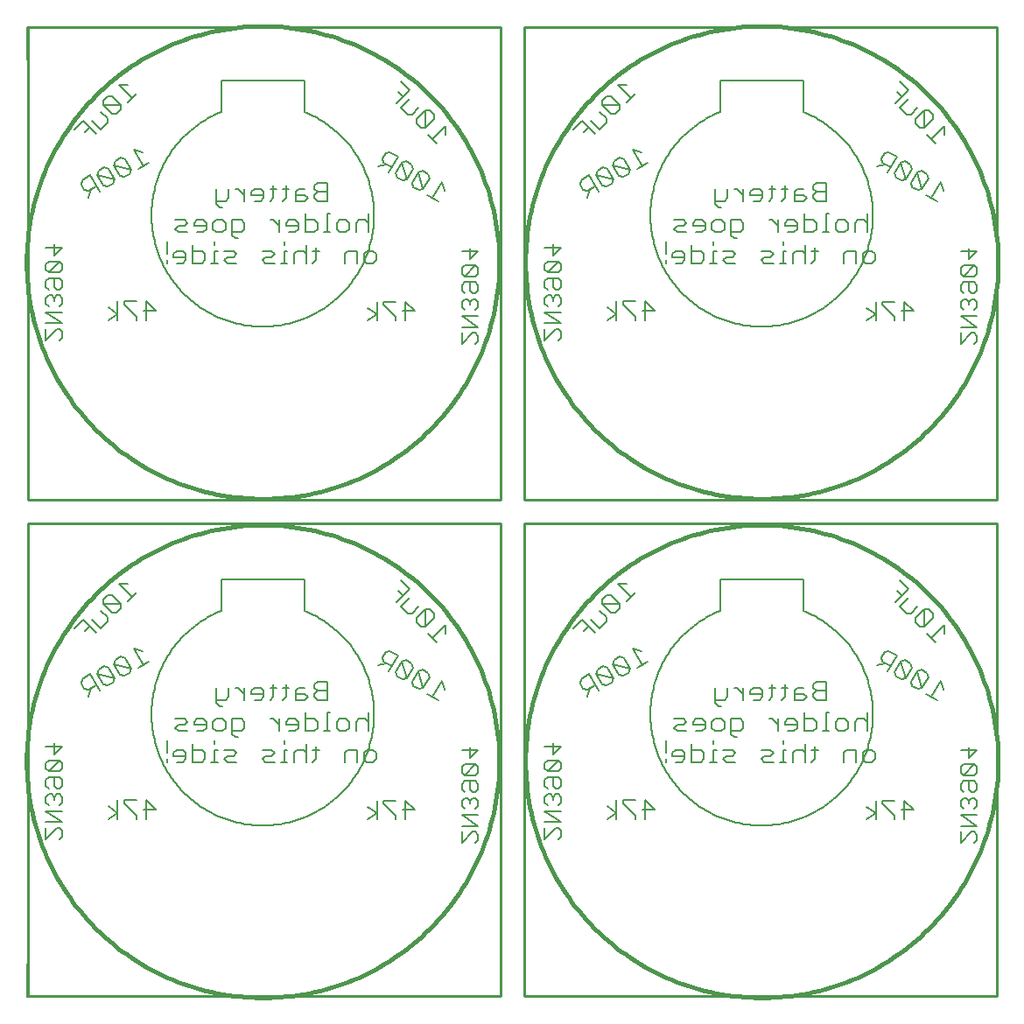
<source format=gbo>
G75*
G70*
%OFA0B0*%
%FSLAX25Y25*%
%IPPOS*%
%LPD*%
%AMOC8*
5,1,8,0,0,1.08239X$1,22.5*
%
%ADD195C,0.01000*%
%ADD52C,0.01600*%
%ADD89C,0.00800*%
X0010000Y0010000D02*
G75*
%LPD*%
D89*
X0041098Y0078024D02*
X0044638Y0080384D01*
X0041098Y0082744D01*
X0044638Y0085104D02*
X0044638Y0078024D01*
X0047168Y0083924D02*
X0051888Y0079204D01*
X0051888Y0078024D01*
X0055598Y0078024D02*
X0055598Y0085104D01*
X0059138Y0081564D01*
X0054418Y0081564D01*
X0051888Y0085104D02*
X0047168Y0085104D01*
X0047168Y0083924D01*
X0063432Y0099652D02*
X0063432Y0100832D01*
X0063432Y0103192D02*
X0063432Y0107912D01*
X0067142Y0104372D02*
X0065962Y0103192D01*
X0065962Y0102012D01*
X0070682Y0102012D01*
X0070682Y0103192D02*
X0069502Y0104372D01*
X0067142Y0104372D01*
X0070682Y0103192D02*
X0070682Y0100832D01*
X0069502Y0099652D01*
X0067142Y0099652D01*
X0073213Y0099652D02*
X0076753Y0099652D01*
X0077933Y0100832D01*
X0077933Y0103192D01*
X0076753Y0104372D01*
X0073213Y0104372D01*
X0073213Y0106732D02*
X0073213Y0099652D01*
X0080406Y0099652D02*
X0082766Y0099652D01*
X0081586Y0099652D02*
X0081586Y0104372D01*
X0082766Y0104372D01*
X0081586Y0106732D02*
X0081586Y0107912D01*
X0082247Y0111463D02*
X0081067Y0112643D01*
X0081067Y0115003D01*
X0082247Y0116183D01*
X0084607Y0116183D01*
X0085787Y0115003D01*
X0085787Y0112643D01*
X0084607Y0111463D01*
X0082247Y0111463D01*
X0078537Y0112643D02*
X0078537Y0115003D01*
X0077357Y0116183D01*
X0074997Y0116183D01*
X0073817Y0115003D01*
X0073817Y0113823D01*
X0078537Y0113823D01*
X0078537Y0112643D02*
X0077357Y0111463D01*
X0074997Y0111463D01*
X0071287Y0111463D02*
X0067747Y0111463D01*
X0066567Y0112643D01*
X0067747Y0113823D01*
X0070107Y0113823D01*
X0071287Y0115003D01*
X0070107Y0116183D01*
X0066567Y0116183D01*
X0082276Y0122094D02*
X0083456Y0120914D01*
X0084636Y0120914D01*
X0085816Y0123274D02*
X0082276Y0123274D01*
X0082276Y0122094D02*
X0082276Y0127994D01*
X0086996Y0124454D02*
X0085816Y0123274D01*
X0086996Y0124454D02*
X0086996Y0127994D01*
X0089497Y0127994D02*
X0090677Y0127994D01*
X0093037Y0125634D01*
X0093037Y0123274D02*
X0093037Y0127994D01*
X0095568Y0126814D02*
X0095568Y0125634D01*
X0100288Y0125634D01*
X0100288Y0126814D02*
X0099108Y0127994D01*
X0096748Y0127994D01*
X0095568Y0126814D01*
X0096748Y0123274D02*
X0099108Y0123274D01*
X0100288Y0124454D01*
X0100288Y0126814D01*
X0102761Y0127994D02*
X0105121Y0127994D01*
X0103941Y0129174D02*
X0103941Y0124454D01*
X0102761Y0123274D01*
X0107595Y0123274D02*
X0108775Y0124454D01*
X0108775Y0129174D01*
X0109955Y0127994D02*
X0107595Y0127994D01*
X0112485Y0126814D02*
X0112485Y0123274D01*
X0116025Y0123274D01*
X0117205Y0124454D01*
X0116025Y0125634D01*
X0112485Y0125634D01*
X0112485Y0126814D02*
X0113665Y0127994D01*
X0116025Y0127994D01*
X0119735Y0127994D02*
X0120915Y0126814D01*
X0124455Y0126814D01*
X0120915Y0126814D02*
X0119735Y0125634D01*
X0119735Y0124454D01*
X0120915Y0123274D01*
X0124455Y0123274D01*
X0124455Y0130354D01*
X0120915Y0130354D01*
X0119735Y0129174D01*
X0119735Y0127994D01*
X0116110Y0118543D02*
X0116110Y0111463D01*
X0119650Y0111463D01*
X0120830Y0112643D01*
X0120830Y0115003D01*
X0119650Y0116183D01*
X0116110Y0116183D01*
X0113580Y0115003D02*
X0112400Y0116183D01*
X0110040Y0116183D01*
X0108860Y0115003D01*
X0108860Y0113823D01*
X0113580Y0113823D01*
X0113580Y0112643D02*
X0113580Y0115003D01*
X0113580Y0112643D02*
X0112400Y0111463D01*
X0110040Y0111463D01*
X0106330Y0111463D02*
X0106330Y0116183D01*
X0106330Y0113823D02*
X0103970Y0116183D01*
X0102790Y0116183D01*
X0115748Y0157303D02*
X0116710Y0156905D01*
X0117661Y0156483D01*
X0118602Y0156038D01*
X0119531Y0155570D01*
X0120449Y0155079D01*
X0121354Y0154566D01*
X0122247Y0154031D01*
X0123126Y0153475D01*
X0123991Y0152896D01*
X0124842Y0152297D01*
X0125678Y0151677D01*
X0126498Y0151037D01*
X0127303Y0150376D01*
X0128091Y0149697D01*
X0128862Y0148998D01*
X0129615Y0148280D01*
X0130351Y0147544D01*
X0131069Y0146790D01*
X0131767Y0146019D01*
X0132447Y0145231D01*
X0133107Y0144427D01*
X0133748Y0143606D01*
X0134367Y0142770D01*
X0134967Y0141920D01*
X0135545Y0141054D01*
X0136101Y0140175D01*
X0136636Y0139282D01*
X0137149Y0138377D01*
X0137640Y0137459D01*
X0138108Y0136529D01*
X0138552Y0135589D01*
X0138974Y0134637D01*
X0139372Y0133676D01*
X0139747Y0132705D01*
X0140097Y0131725D01*
X0140424Y0130737D01*
X0140726Y0129741D01*
X0141003Y0128738D01*
X0141256Y0127728D01*
X0141484Y0126713D01*
X0141687Y0125692D01*
X0141865Y0124667D01*
X0142018Y0123638D01*
X0142145Y0122605D01*
X0142247Y0121569D01*
X0142323Y0120531D01*
X0142374Y0119492D01*
X0142400Y0118451D01*
X0142400Y0117411D01*
X0142374Y0116370D01*
X0142323Y0115331D01*
X0142246Y0114293D01*
X0142144Y0113257D01*
X0142017Y0112225D01*
X0141864Y0111195D01*
X0141686Y0110170D01*
X0141483Y0109149D01*
X0141255Y0108134D01*
X0141002Y0107124D01*
X0140725Y0106121D01*
X0140423Y0105126D01*
X0140096Y0104137D01*
X0139745Y0103158D01*
X0139371Y0102187D01*
X0138973Y0101225D01*
X0138551Y0100274D01*
X0138106Y0099333D01*
X0137638Y0098404D01*
X0137147Y0097486D01*
X0136634Y0096580D01*
X0136099Y0095688D01*
X0135543Y0094809D01*
X0134964Y0093943D01*
X0134365Y0093092D01*
X0133745Y0092257D01*
X0133105Y0091436D01*
X0132445Y0090632D01*
X0131765Y0089844D01*
X0131066Y0089073D01*
X0130348Y0088319D01*
X0129613Y0087583D01*
X0128859Y0086866D01*
X0128088Y0086167D01*
X0127300Y0085487D01*
X0126495Y0084827D01*
X0125675Y0084187D01*
X0124839Y0083567D01*
X0123988Y0082968D01*
X0123123Y0082389D01*
X0122244Y0081833D01*
X0121351Y0081298D01*
X0120446Y0080785D01*
X0119528Y0080294D01*
X0118598Y0079826D01*
X0117657Y0079381D01*
X0116706Y0078960D01*
X0115745Y0078561D01*
X0114774Y0078187D01*
X0113794Y0077836D01*
X0112806Y0077510D01*
X0111810Y0077208D01*
X0110807Y0076930D01*
X0109797Y0076677D01*
X0108782Y0076449D01*
X0107761Y0076246D01*
X0106736Y0076068D01*
X0105706Y0075916D01*
X0104674Y0075788D01*
X0103638Y0075686D01*
X0102600Y0075610D01*
X0101561Y0075559D01*
X0100520Y0075533D01*
X0099480Y0075533D01*
X0098439Y0075559D01*
X0097400Y0075610D01*
X0096362Y0075686D01*
X0095326Y0075788D01*
X0094294Y0075916D01*
X0093264Y0076068D01*
X0092239Y0076246D01*
X0091218Y0076449D01*
X0090203Y0076677D01*
X0089193Y0076930D01*
X0088190Y0077208D01*
X0087194Y0077510D01*
X0086206Y0077836D01*
X0085226Y0078187D01*
X0084255Y0078561D01*
X0083294Y0078960D01*
X0082343Y0079381D01*
X0081402Y0079826D01*
X0080472Y0080294D01*
X0079554Y0080785D01*
X0078649Y0081298D01*
X0077756Y0081833D01*
X0076877Y0082389D01*
X0076012Y0082968D01*
X0075161Y0083567D01*
X0074325Y0084187D01*
X0073505Y0084827D01*
X0072700Y0085487D01*
X0071912Y0086167D01*
X0071141Y0086866D01*
X0070387Y0087583D01*
X0069652Y0088319D01*
X0068934Y0089073D01*
X0068235Y0089844D01*
X0067555Y0090632D01*
X0066895Y0091436D01*
X0066255Y0092257D01*
X0065635Y0093092D01*
X0065036Y0093943D01*
X0064457Y0094809D01*
X0063901Y0095688D01*
X0063366Y0096580D01*
X0062853Y0097486D01*
X0062362Y0098404D01*
X0061894Y0099333D01*
X0061449Y0100274D01*
X0061027Y0101225D01*
X0060629Y0102187D01*
X0060255Y0103158D01*
X0059904Y0104137D01*
X0059577Y0105126D01*
X0059275Y0106121D01*
X0058998Y0107124D01*
X0058745Y0108134D01*
X0058517Y0109149D01*
X0058314Y0110170D01*
X0058136Y0111195D01*
X0057983Y0112225D01*
X0057856Y0113257D01*
X0057754Y0114293D01*
X0057677Y0115331D01*
X0057626Y0116370D01*
X0057600Y0117411D01*
X0057600Y0118451D01*
X0057626Y0119492D01*
X0057677Y0120531D01*
X0057753Y0121569D01*
X0057855Y0122605D01*
X0057982Y0123638D01*
X0058135Y0124667D01*
X0058313Y0125692D01*
X0058516Y0126713D01*
X0058744Y0127728D01*
X0058997Y0128738D01*
X0059274Y0129741D01*
X0059576Y0130737D01*
X0059903Y0131725D01*
X0060253Y0132705D01*
X0060628Y0133676D01*
X0061026Y0134637D01*
X0061448Y0135589D01*
X0061892Y0136529D01*
X0062360Y0137459D01*
X0062851Y0138377D01*
X0063364Y0139282D01*
X0063899Y0140175D01*
X0064455Y0141054D01*
X0065033Y0141920D01*
X0065633Y0142770D01*
X0066252Y0143606D01*
X0066893Y0144427D01*
X0067553Y0145231D01*
X0068233Y0146019D01*
X0068931Y0146790D01*
X0069649Y0147544D01*
X0070385Y0148280D01*
X0071138Y0148998D01*
X0071909Y0149697D01*
X0072697Y0150376D01*
X0073502Y0151037D01*
X0074322Y0151677D01*
X0075158Y0152297D01*
X0076009Y0152896D01*
X0076874Y0153475D01*
X0077753Y0154031D01*
X0078646Y0154566D01*
X0079551Y0155079D01*
X0080469Y0155570D01*
X0081398Y0156038D01*
X0082339Y0156483D01*
X0083290Y0156905D01*
X0084252Y0157303D01*
X0084252Y0169114D01*
X0115748Y0169114D01*
X0115748Y0157303D01*
X0143825Y0136520D02*
X0147049Y0137384D01*
X0146027Y0137974D02*
X0149092Y0136204D01*
X0147912Y0134160D02*
X0151452Y0140291D01*
X0148387Y0142061D01*
X0146775Y0141629D01*
X0145595Y0139585D01*
X0146027Y0137974D01*
X0150694Y0133917D02*
X0151126Y0132305D01*
X0153169Y0131125D01*
X0154781Y0131557D01*
X0153054Y0138004D01*
X0150694Y0133917D01*
X0153054Y0138004D02*
X0154666Y0138436D01*
X0156709Y0137256D01*
X0157141Y0135644D01*
X0154781Y0131557D01*
X0156973Y0130291D02*
X0157404Y0128679D01*
X0159448Y0127499D01*
X0161060Y0127931D01*
X0159333Y0134379D01*
X0156973Y0130291D01*
X0161060Y0127931D02*
X0163420Y0132019D01*
X0162988Y0133631D01*
X0160945Y0134811D01*
X0159333Y0134379D01*
X0162661Y0125644D02*
X0166749Y0123284D01*
X0164705Y0124464D02*
X0168245Y0130596D01*
X0169109Y0127372D01*
X0166250Y0145315D02*
X0162913Y0148653D01*
X0164582Y0146984D02*
X0169588Y0151991D01*
X0169588Y0148653D01*
X0165296Y0154614D02*
X0165296Y0156283D01*
X0163627Y0157952D01*
X0161958Y0157952D01*
X0161958Y0151277D01*
X0160289Y0151277D01*
X0158620Y0152945D01*
X0158620Y0154614D01*
X0161958Y0157952D01*
X0159334Y0158906D02*
X0156831Y0156403D01*
X0155162Y0156403D01*
X0152659Y0158906D01*
X0155997Y0162244D01*
X0153373Y0163199D02*
X0151705Y0164868D01*
X0150870Y0160696D02*
X0155877Y0165702D01*
X0152539Y0169040D01*
X0165296Y0154614D02*
X0161958Y0151277D01*
X0140164Y0118543D02*
X0140164Y0111463D01*
X0140164Y0115003D02*
X0138984Y0116183D01*
X0136624Y0116183D01*
X0135444Y0115003D01*
X0135444Y0111463D01*
X0132914Y0112643D02*
X0132914Y0115003D01*
X0131734Y0116183D01*
X0129374Y0116183D01*
X0128194Y0115003D01*
X0128194Y0112643D01*
X0129374Y0111463D01*
X0131734Y0111463D01*
X0132914Y0112643D01*
X0125664Y0111463D02*
X0123304Y0111463D01*
X0124484Y0111463D02*
X0124484Y0118543D01*
X0125664Y0118543D01*
X0116601Y0106732D02*
X0116601Y0099652D01*
X0119074Y0099652D02*
X0120254Y0100832D01*
X0120254Y0105552D01*
X0121434Y0104372D02*
X0119074Y0104372D01*
X0116601Y0103192D02*
X0115421Y0104372D01*
X0113061Y0104372D01*
X0111881Y0103192D01*
X0111881Y0099652D01*
X0109351Y0099652D02*
X0106991Y0099652D01*
X0108171Y0099652D02*
X0108171Y0104372D01*
X0109351Y0104372D01*
X0108171Y0106732D02*
X0108171Y0107912D01*
X0104517Y0103192D02*
X0103337Y0102012D01*
X0100977Y0102012D01*
X0099797Y0100832D01*
X0100977Y0099652D01*
X0104517Y0099652D01*
X0104517Y0103192D02*
X0103337Y0104372D01*
X0099797Y0104372D01*
X0090677Y0109103D02*
X0089497Y0109103D01*
X0088317Y0110283D01*
X0088317Y0116183D01*
X0091858Y0116183D01*
X0093038Y0115003D01*
X0093038Y0112643D01*
X0091858Y0111463D01*
X0088317Y0111463D01*
X0088837Y0104372D02*
X0085297Y0104372D01*
X0086477Y0102012D02*
X0088837Y0102012D01*
X0090017Y0103192D01*
X0088837Y0104372D01*
X0086477Y0102012D02*
X0085297Y0100832D01*
X0086477Y0099652D01*
X0090017Y0099652D01*
X0056638Y0137855D02*
X0052551Y0135495D01*
X0054595Y0136675D02*
X0051054Y0142806D01*
X0054278Y0141942D01*
X0047409Y0139339D02*
X0045797Y0139771D01*
X0043754Y0138591D01*
X0043322Y0136979D01*
X0049769Y0135251D01*
X0049338Y0133639D01*
X0047294Y0132459D01*
X0045682Y0132891D01*
X0043322Y0136979D01*
X0041130Y0135714D02*
X0039519Y0136146D01*
X0037475Y0134966D01*
X0037043Y0133354D01*
X0043491Y0131626D01*
X0043059Y0130014D01*
X0041015Y0128834D01*
X0039403Y0129266D01*
X0037043Y0133354D01*
X0034262Y0133111D02*
X0031196Y0131341D01*
X0030764Y0129729D01*
X0031944Y0127685D01*
X0033556Y0127253D01*
X0036622Y0129023D01*
X0037802Y0126979D02*
X0034262Y0133111D01*
X0034578Y0127843D02*
X0033714Y0124619D01*
X0043491Y0131626D02*
X0041130Y0135714D01*
X0047409Y0139339D02*
X0049769Y0135251D01*
X0036554Y0148870D02*
X0031548Y0153876D01*
X0028211Y0150538D01*
X0032383Y0149704D02*
X0034051Y0151373D01*
X0035006Y0153996D02*
X0038344Y0150659D01*
X0040847Y0153162D01*
X0040847Y0154831D01*
X0038344Y0157334D01*
X0039298Y0159957D02*
X0045974Y0159957D01*
X0045974Y0158289D01*
X0044305Y0156620D01*
X0042636Y0156620D01*
X0039298Y0159957D01*
X0039298Y0161626D01*
X0040967Y0163295D01*
X0042636Y0163295D01*
X0045974Y0159957D01*
X0048597Y0160912D02*
X0051935Y0164250D01*
X0050266Y0162581D02*
X0045260Y0167587D01*
X0048597Y0167587D01*
X0131215Y0103192D02*
X0131215Y0099652D01*
X0131215Y0103192D02*
X0132395Y0104372D01*
X0135935Y0104372D01*
X0135935Y0099652D01*
X0138465Y0100832D02*
X0138465Y0103192D01*
X0139645Y0104372D01*
X0142005Y0104372D01*
X0143185Y0103192D01*
X0143185Y0100832D01*
X0142005Y0099652D01*
X0139645Y0099652D01*
X0138465Y0100832D01*
X0143423Y0084999D02*
X0143423Y0077919D01*
X0143423Y0080279D02*
X0139883Y0082639D01*
X0143423Y0080279D02*
X0139883Y0077919D01*
X0145953Y0083819D02*
X0150673Y0079099D01*
X0150673Y0077919D01*
X0154383Y0077919D02*
X0154383Y0084999D01*
X0157923Y0081459D01*
X0153203Y0081459D01*
X0150673Y0084999D02*
X0145953Y0084999D01*
X0145953Y0083819D01*
D52*
X0010000Y0100000D02*
X0010027Y0102209D01*
X0010108Y0104416D01*
X0010244Y0106621D01*
X0010433Y0108822D01*
X0010677Y0111017D01*
X0010974Y0113206D01*
X0011325Y0115387D01*
X0011729Y0117558D01*
X0012187Y0119719D01*
X0012697Y0121868D01*
X0013260Y0124004D01*
X0013875Y0126126D01*
X0014542Y0128231D01*
X0015261Y0130320D01*
X0016031Y0132391D01*
X0016851Y0134442D01*
X0017721Y0136472D01*
X0018641Y0138480D01*
X0019610Y0140465D01*
X0020627Y0142426D01*
X0021692Y0144361D01*
X0022804Y0146269D01*
X0023963Y0148150D01*
X0025168Y0150001D01*
X0026417Y0151823D01*
X0027711Y0153613D01*
X0029049Y0155371D01*
X0030429Y0157095D01*
X0031851Y0158786D01*
X0033314Y0160440D01*
X0034818Y0162059D01*
X0036360Y0163640D01*
X0037941Y0165182D01*
X0039560Y0166686D01*
X0041214Y0168149D01*
X0042905Y0169571D01*
X0044629Y0170951D01*
X0046387Y0172289D01*
X0048177Y0173583D01*
X0049999Y0174832D01*
X0051850Y0176037D01*
X0053731Y0177196D01*
X0055639Y0178308D01*
X0057574Y0179373D01*
X0059535Y0180390D01*
X0061520Y0181359D01*
X0063528Y0182279D01*
X0065558Y0183149D01*
X0067609Y0183969D01*
X0069680Y0184739D01*
X0071769Y0185458D01*
X0073874Y0186125D01*
X0075996Y0186740D01*
X0078132Y0187303D01*
X0080281Y0187813D01*
X0082442Y0188271D01*
X0084613Y0188675D01*
X0086794Y0189026D01*
X0088983Y0189323D01*
X0091178Y0189567D01*
X0093379Y0189756D01*
X0095584Y0189892D01*
X0097791Y0189973D01*
X0100000Y0190000D01*
X0102209Y0189973D01*
X0104416Y0189892D01*
X0106621Y0189756D01*
X0108822Y0189567D01*
X0111017Y0189323D01*
X0113206Y0189026D01*
X0115387Y0188675D01*
X0117558Y0188271D01*
X0119719Y0187813D01*
X0121868Y0187303D01*
X0124004Y0186740D01*
X0126126Y0186125D01*
X0128231Y0185458D01*
X0130320Y0184739D01*
X0132391Y0183969D01*
X0134442Y0183149D01*
X0136472Y0182279D01*
X0138480Y0181359D01*
X0140465Y0180390D01*
X0142426Y0179373D01*
X0144361Y0178308D01*
X0146269Y0177196D01*
X0148150Y0176037D01*
X0150001Y0174832D01*
X0151823Y0173583D01*
X0153613Y0172289D01*
X0155371Y0170951D01*
X0157095Y0169571D01*
X0158786Y0168149D01*
X0160440Y0166686D01*
X0162059Y0165182D01*
X0163640Y0163640D01*
X0165182Y0162059D01*
X0166686Y0160440D01*
X0168149Y0158786D01*
X0169571Y0157095D01*
X0170951Y0155371D01*
X0172289Y0153613D01*
X0173583Y0151823D01*
X0174832Y0150001D01*
X0176037Y0148150D01*
X0177196Y0146269D01*
X0178308Y0144361D01*
X0179373Y0142426D01*
X0180390Y0140465D01*
X0181359Y0138480D01*
X0182279Y0136472D01*
X0183149Y0134442D01*
X0183969Y0132391D01*
X0184739Y0130320D01*
X0185458Y0128231D01*
X0186125Y0126126D01*
X0186740Y0124004D01*
X0187303Y0121868D01*
X0187813Y0119719D01*
X0188271Y0117558D01*
X0188675Y0115387D01*
X0189026Y0113206D01*
X0189323Y0111017D01*
X0189567Y0108822D01*
X0189756Y0106621D01*
X0189892Y0104416D01*
X0189973Y0102209D01*
X0190000Y0100000D01*
X0189973Y0097791D01*
X0189892Y0095584D01*
X0189756Y0093379D01*
X0189567Y0091178D01*
X0189323Y0088983D01*
X0189026Y0086794D01*
X0188675Y0084613D01*
X0188271Y0082442D01*
X0187813Y0080281D01*
X0187303Y0078132D01*
X0186740Y0075996D01*
X0186125Y0073874D01*
X0185458Y0071769D01*
X0184739Y0069680D01*
X0183969Y0067609D01*
X0183149Y0065558D01*
X0182279Y0063528D01*
X0181359Y0061520D01*
X0180390Y0059535D01*
X0179373Y0057574D01*
X0178308Y0055639D01*
X0177196Y0053731D01*
X0176037Y0051850D01*
X0174832Y0049999D01*
X0173583Y0048177D01*
X0172289Y0046387D01*
X0170951Y0044629D01*
X0169571Y0042905D01*
X0168149Y0041214D01*
X0166686Y0039560D01*
X0165182Y0037941D01*
X0163640Y0036360D01*
X0162059Y0034818D01*
X0160440Y0033314D01*
X0158786Y0031851D01*
X0157095Y0030429D01*
X0155371Y0029049D01*
X0153613Y0027711D01*
X0151823Y0026417D01*
X0150001Y0025168D01*
X0148150Y0023963D01*
X0146269Y0022804D01*
X0144361Y0021692D01*
X0142426Y0020627D01*
X0140465Y0019610D01*
X0138480Y0018641D01*
X0136472Y0017721D01*
X0134442Y0016851D01*
X0132391Y0016031D01*
X0130320Y0015261D01*
X0128231Y0014542D01*
X0126126Y0013875D01*
X0124004Y0013260D01*
X0121868Y0012697D01*
X0119719Y0012187D01*
X0117558Y0011729D01*
X0115387Y0011325D01*
X0113206Y0010974D01*
X0111017Y0010677D01*
X0108822Y0010433D01*
X0106621Y0010244D01*
X0104416Y0010108D01*
X0102209Y0010027D01*
X0100000Y0010000D01*
X0097791Y0010027D01*
X0095584Y0010108D01*
X0093379Y0010244D01*
X0091178Y0010433D01*
X0088983Y0010677D01*
X0086794Y0010974D01*
X0084613Y0011325D01*
X0082442Y0011729D01*
X0080281Y0012187D01*
X0078132Y0012697D01*
X0075996Y0013260D01*
X0073874Y0013875D01*
X0071769Y0014542D01*
X0069680Y0015261D01*
X0067609Y0016031D01*
X0065558Y0016851D01*
X0063528Y0017721D01*
X0061520Y0018641D01*
X0059535Y0019610D01*
X0057574Y0020627D01*
X0055639Y0021692D01*
X0053731Y0022804D01*
X0051850Y0023963D01*
X0049999Y0025168D01*
X0048177Y0026417D01*
X0046387Y0027711D01*
X0044629Y0029049D01*
X0042905Y0030429D01*
X0041214Y0031851D01*
X0039560Y0033314D01*
X0037941Y0034818D01*
X0036360Y0036360D01*
X0034818Y0037941D01*
X0033314Y0039560D01*
X0031851Y0041214D01*
X0030429Y0042905D01*
X0029049Y0044629D01*
X0027711Y0046387D01*
X0026417Y0048177D01*
X0025168Y0049999D01*
X0023963Y0051850D01*
X0022804Y0053731D01*
X0021692Y0055639D01*
X0020627Y0057574D01*
X0019610Y0059535D01*
X0018641Y0061520D01*
X0017721Y0063528D01*
X0016851Y0065558D01*
X0016031Y0067609D01*
X0015261Y0069680D01*
X0014542Y0071769D01*
X0013875Y0073874D01*
X0013260Y0075996D01*
X0012697Y0078132D01*
X0012187Y0080281D01*
X0011729Y0082442D01*
X0011325Y0084613D01*
X0010974Y0086794D01*
X0010677Y0088983D01*
X0010433Y0091178D01*
X0010244Y0093379D01*
X0010108Y0095584D01*
X0010027Y0097791D01*
X0010000Y0100000D01*
D89*
X0021583Y0074553D02*
X0017380Y0070350D01*
X0017380Y0074553D01*
X0017380Y0076795D02*
X0023685Y0076795D01*
X0017380Y0080999D01*
X0023685Y0080999D01*
X0022634Y0083241D02*
X0023685Y0084291D01*
X0023685Y0086393D01*
X0022634Y0087444D01*
X0021583Y0087444D01*
X0020532Y0086393D01*
X0019481Y0087444D01*
X0018430Y0087444D01*
X0017380Y0086393D01*
X0017380Y0084291D01*
X0018430Y0083241D01*
X0020532Y0085342D02*
X0020532Y0086393D01*
X0021583Y0089686D02*
X0020532Y0090737D01*
X0020532Y0093890D01*
X0018430Y0093890D02*
X0022634Y0093890D01*
X0023685Y0092839D01*
X0023685Y0090737D01*
X0022634Y0089686D01*
X0021583Y0089686D01*
X0018430Y0089686D02*
X0017380Y0090737D01*
X0017380Y0092839D01*
X0018430Y0093890D01*
X0018430Y0096132D02*
X0022634Y0100335D01*
X0018430Y0100335D01*
X0017380Y0099284D01*
X0017380Y0097182D01*
X0018430Y0096132D01*
X0022634Y0096132D01*
X0023685Y0097182D01*
X0023685Y0099284D01*
X0022634Y0100335D01*
X0020532Y0102577D02*
X0020532Y0106781D01*
X0017380Y0105730D02*
X0023685Y0105730D01*
X0020532Y0102577D01*
X0021583Y0074553D02*
X0022634Y0074553D01*
X0023685Y0073502D01*
X0023685Y0071400D01*
X0022634Y0070350D01*
X0175742Y0068885D02*
X0179946Y0073089D01*
X0180997Y0073089D01*
X0182048Y0072038D01*
X0182048Y0069936D01*
X0180997Y0068885D01*
X0175742Y0068885D02*
X0175742Y0073089D01*
X0175742Y0075331D02*
X0182048Y0075331D01*
X0175742Y0079534D01*
X0182048Y0079534D01*
X0180997Y0081776D02*
X0182048Y0082827D01*
X0182048Y0084929D01*
X0180997Y0085980D01*
X0179946Y0085980D01*
X0178895Y0084929D01*
X0177844Y0085980D01*
X0176793Y0085980D01*
X0175742Y0084929D01*
X0175742Y0082827D01*
X0176793Y0081776D01*
X0178895Y0083878D02*
X0178895Y0084929D01*
X0179946Y0088222D02*
X0178895Y0089273D01*
X0178895Y0092425D01*
X0176793Y0092425D02*
X0180997Y0092425D01*
X0182048Y0091375D01*
X0182048Y0089273D01*
X0180997Y0088222D01*
X0179946Y0088222D01*
X0176793Y0088222D02*
X0175742Y0089273D01*
X0175742Y0091375D01*
X0176793Y0092425D01*
X0176793Y0094667D02*
X0180997Y0098871D01*
X0176793Y0098871D01*
X0175742Y0097820D01*
X0175742Y0095718D01*
X0176793Y0094667D01*
X0180997Y0094667D01*
X0182048Y0095718D01*
X0182048Y0097820D01*
X0180997Y0098871D01*
X0178895Y0101113D02*
X0178895Y0105316D01*
X0175742Y0104265D02*
X0182048Y0104265D01*
X0178895Y0101113D01*
D195*
X0010500Y0010500D02*
X0010500Y0190500D01*
X0010500Y0190500D02*
X0190500Y0190500D01*
X0190500Y0010500D01*
X0010500Y0010500D01*
X0010000Y0200000D02*
G75*
%LPD*%
D89*
X0041098Y0268024D02*
X0044638Y0270384D01*
X0041098Y0272744D01*
X0044638Y0275104D02*
X0044638Y0268024D01*
X0047168Y0273924D02*
X0051888Y0269204D01*
X0051888Y0268024D01*
X0055598Y0268024D02*
X0055598Y0275104D01*
X0059138Y0271564D01*
X0054418Y0271564D01*
X0051888Y0275104D02*
X0047168Y0275104D01*
X0047168Y0273924D01*
X0063432Y0289652D02*
X0063432Y0290832D01*
X0063432Y0293192D02*
X0063432Y0297912D01*
X0067142Y0294372D02*
X0065962Y0293192D01*
X0065962Y0292012D01*
X0070682Y0292012D01*
X0070682Y0293192D02*
X0069502Y0294372D01*
X0067142Y0294372D01*
X0070682Y0293192D02*
X0070682Y0290832D01*
X0069502Y0289652D01*
X0067142Y0289652D01*
X0073213Y0289652D02*
X0076753Y0289652D01*
X0077933Y0290832D01*
X0077933Y0293192D01*
X0076753Y0294372D01*
X0073213Y0294372D01*
X0073213Y0296732D02*
X0073213Y0289652D01*
X0080406Y0289652D02*
X0082766Y0289652D01*
X0081586Y0289652D02*
X0081586Y0294372D01*
X0082766Y0294372D01*
X0081586Y0296732D02*
X0081586Y0297912D01*
X0082247Y0301463D02*
X0081067Y0302643D01*
X0081067Y0305003D01*
X0082247Y0306183D01*
X0084607Y0306183D01*
X0085787Y0305003D01*
X0085787Y0302643D01*
X0084607Y0301463D01*
X0082247Y0301463D01*
X0078537Y0302643D02*
X0078537Y0305003D01*
X0077357Y0306183D01*
X0074997Y0306183D01*
X0073817Y0305003D01*
X0073817Y0303823D01*
X0078537Y0303823D01*
X0078537Y0302643D02*
X0077357Y0301463D01*
X0074997Y0301463D01*
X0071287Y0301463D02*
X0067747Y0301463D01*
X0066567Y0302643D01*
X0067747Y0303823D01*
X0070107Y0303823D01*
X0071287Y0305003D01*
X0070107Y0306183D01*
X0066567Y0306183D01*
X0082276Y0312094D02*
X0083456Y0310914D01*
X0084636Y0310914D01*
X0085816Y0313274D02*
X0082276Y0313274D01*
X0082276Y0312094D02*
X0082276Y0317994D01*
X0086996Y0314454D02*
X0085816Y0313274D01*
X0086996Y0314454D02*
X0086996Y0317994D01*
X0089497Y0317994D02*
X0090677Y0317994D01*
X0093037Y0315634D01*
X0093037Y0313274D02*
X0093037Y0317994D01*
X0095568Y0316814D02*
X0095568Y0315634D01*
X0100288Y0315634D01*
X0100288Y0316814D02*
X0099108Y0317994D01*
X0096748Y0317994D01*
X0095568Y0316814D01*
X0096748Y0313274D02*
X0099108Y0313274D01*
X0100288Y0314454D01*
X0100288Y0316814D01*
X0102761Y0317994D02*
X0105121Y0317994D01*
X0103941Y0319174D02*
X0103941Y0314454D01*
X0102761Y0313274D01*
X0107595Y0313274D02*
X0108775Y0314454D01*
X0108775Y0319174D01*
X0109955Y0317994D02*
X0107595Y0317994D01*
X0112485Y0316814D02*
X0112485Y0313274D01*
X0116025Y0313274D01*
X0117205Y0314454D01*
X0116025Y0315634D01*
X0112485Y0315634D01*
X0112485Y0316814D02*
X0113665Y0317994D01*
X0116025Y0317994D01*
X0119735Y0317994D02*
X0120915Y0316814D01*
X0124455Y0316814D01*
X0120915Y0316814D02*
X0119735Y0315634D01*
X0119735Y0314454D01*
X0120915Y0313274D01*
X0124455Y0313274D01*
X0124455Y0320354D01*
X0120915Y0320354D01*
X0119735Y0319174D01*
X0119735Y0317994D01*
X0116110Y0308543D02*
X0116110Y0301463D01*
X0119650Y0301463D01*
X0120830Y0302643D01*
X0120830Y0305003D01*
X0119650Y0306183D01*
X0116110Y0306183D01*
X0113580Y0305003D02*
X0112400Y0306183D01*
X0110040Y0306183D01*
X0108860Y0305003D01*
X0108860Y0303823D01*
X0113580Y0303823D01*
X0113580Y0302643D02*
X0113580Y0305003D01*
X0113580Y0302643D02*
X0112400Y0301463D01*
X0110040Y0301463D01*
X0106330Y0301463D02*
X0106330Y0306183D01*
X0106330Y0303823D02*
X0103970Y0306183D01*
X0102790Y0306183D01*
X0115748Y0347303D02*
X0116710Y0346905D01*
X0117661Y0346483D01*
X0118602Y0346038D01*
X0119531Y0345570D01*
X0120449Y0345079D01*
X0121354Y0344566D01*
X0122247Y0344031D01*
X0123126Y0343475D01*
X0123991Y0342896D01*
X0124842Y0342297D01*
X0125678Y0341677D01*
X0126498Y0341037D01*
X0127303Y0340376D01*
X0128091Y0339697D01*
X0128862Y0338998D01*
X0129615Y0338280D01*
X0130351Y0337544D01*
X0131069Y0336790D01*
X0131767Y0336019D01*
X0132447Y0335231D01*
X0133107Y0334427D01*
X0133748Y0333606D01*
X0134367Y0332770D01*
X0134967Y0331920D01*
X0135545Y0331054D01*
X0136101Y0330175D01*
X0136636Y0329282D01*
X0137149Y0328377D01*
X0137640Y0327459D01*
X0138108Y0326529D01*
X0138552Y0325589D01*
X0138974Y0324637D01*
X0139372Y0323676D01*
X0139747Y0322705D01*
X0140097Y0321725D01*
X0140424Y0320737D01*
X0140726Y0319741D01*
X0141003Y0318738D01*
X0141256Y0317728D01*
X0141484Y0316713D01*
X0141687Y0315692D01*
X0141865Y0314667D01*
X0142018Y0313638D01*
X0142145Y0312605D01*
X0142247Y0311569D01*
X0142323Y0310531D01*
X0142374Y0309492D01*
X0142400Y0308451D01*
X0142400Y0307411D01*
X0142374Y0306370D01*
X0142323Y0305331D01*
X0142246Y0304293D01*
X0142144Y0303257D01*
X0142017Y0302225D01*
X0141864Y0301195D01*
X0141686Y0300170D01*
X0141483Y0299149D01*
X0141255Y0298134D01*
X0141002Y0297124D01*
X0140725Y0296121D01*
X0140423Y0295126D01*
X0140096Y0294137D01*
X0139745Y0293158D01*
X0139371Y0292187D01*
X0138973Y0291225D01*
X0138551Y0290274D01*
X0138106Y0289333D01*
X0137638Y0288404D01*
X0137147Y0287486D01*
X0136634Y0286580D01*
X0136099Y0285688D01*
X0135543Y0284809D01*
X0134964Y0283943D01*
X0134365Y0283092D01*
X0133745Y0282257D01*
X0133105Y0281436D01*
X0132445Y0280632D01*
X0131765Y0279844D01*
X0131066Y0279073D01*
X0130348Y0278319D01*
X0129613Y0277583D01*
X0128859Y0276866D01*
X0128088Y0276167D01*
X0127300Y0275487D01*
X0126495Y0274827D01*
X0125675Y0274187D01*
X0124839Y0273567D01*
X0123988Y0272968D01*
X0123123Y0272389D01*
X0122244Y0271833D01*
X0121351Y0271298D01*
X0120446Y0270785D01*
X0119528Y0270294D01*
X0118598Y0269826D01*
X0117657Y0269381D01*
X0116706Y0268960D01*
X0115745Y0268561D01*
X0114774Y0268187D01*
X0113794Y0267836D01*
X0112806Y0267510D01*
X0111810Y0267208D01*
X0110807Y0266930D01*
X0109797Y0266677D01*
X0108782Y0266449D01*
X0107761Y0266246D01*
X0106736Y0266068D01*
X0105706Y0265916D01*
X0104674Y0265788D01*
X0103638Y0265686D01*
X0102600Y0265610D01*
X0101561Y0265559D01*
X0100520Y0265533D01*
X0099480Y0265533D01*
X0098439Y0265559D01*
X0097400Y0265610D01*
X0096362Y0265686D01*
X0095326Y0265788D01*
X0094294Y0265916D01*
X0093264Y0266068D01*
X0092239Y0266246D01*
X0091218Y0266449D01*
X0090203Y0266677D01*
X0089193Y0266930D01*
X0088190Y0267208D01*
X0087194Y0267510D01*
X0086206Y0267836D01*
X0085226Y0268187D01*
X0084255Y0268561D01*
X0083294Y0268960D01*
X0082343Y0269381D01*
X0081402Y0269826D01*
X0080472Y0270294D01*
X0079554Y0270785D01*
X0078649Y0271298D01*
X0077756Y0271833D01*
X0076877Y0272389D01*
X0076012Y0272968D01*
X0075161Y0273567D01*
X0074325Y0274187D01*
X0073505Y0274827D01*
X0072700Y0275487D01*
X0071912Y0276167D01*
X0071141Y0276866D01*
X0070387Y0277583D01*
X0069652Y0278319D01*
X0068934Y0279073D01*
X0068235Y0279844D01*
X0067555Y0280632D01*
X0066895Y0281436D01*
X0066255Y0282257D01*
X0065635Y0283092D01*
X0065036Y0283943D01*
X0064457Y0284809D01*
X0063901Y0285688D01*
X0063366Y0286580D01*
X0062853Y0287486D01*
X0062362Y0288404D01*
X0061894Y0289333D01*
X0061449Y0290274D01*
X0061027Y0291225D01*
X0060629Y0292187D01*
X0060255Y0293158D01*
X0059904Y0294137D01*
X0059577Y0295126D01*
X0059275Y0296121D01*
X0058998Y0297124D01*
X0058745Y0298134D01*
X0058517Y0299149D01*
X0058314Y0300170D01*
X0058136Y0301195D01*
X0057983Y0302225D01*
X0057856Y0303257D01*
X0057754Y0304293D01*
X0057677Y0305331D01*
X0057626Y0306370D01*
X0057600Y0307411D01*
X0057600Y0308451D01*
X0057626Y0309492D01*
X0057677Y0310531D01*
X0057753Y0311569D01*
X0057855Y0312605D01*
X0057982Y0313638D01*
X0058135Y0314667D01*
X0058313Y0315692D01*
X0058516Y0316713D01*
X0058744Y0317728D01*
X0058997Y0318738D01*
X0059274Y0319741D01*
X0059576Y0320737D01*
X0059903Y0321725D01*
X0060253Y0322705D01*
X0060628Y0323676D01*
X0061026Y0324637D01*
X0061448Y0325589D01*
X0061892Y0326529D01*
X0062360Y0327459D01*
X0062851Y0328377D01*
X0063364Y0329282D01*
X0063899Y0330175D01*
X0064455Y0331054D01*
X0065033Y0331920D01*
X0065633Y0332770D01*
X0066252Y0333606D01*
X0066893Y0334427D01*
X0067553Y0335231D01*
X0068233Y0336019D01*
X0068931Y0336790D01*
X0069649Y0337544D01*
X0070385Y0338280D01*
X0071138Y0338998D01*
X0071909Y0339697D01*
X0072697Y0340376D01*
X0073502Y0341037D01*
X0074322Y0341677D01*
X0075158Y0342297D01*
X0076009Y0342896D01*
X0076874Y0343475D01*
X0077753Y0344031D01*
X0078646Y0344566D01*
X0079551Y0345079D01*
X0080469Y0345570D01*
X0081398Y0346038D01*
X0082339Y0346483D01*
X0083290Y0346905D01*
X0084252Y0347303D01*
X0084252Y0359114D01*
X0115748Y0359114D01*
X0115748Y0347303D01*
X0143825Y0326520D02*
X0147049Y0327384D01*
X0146027Y0327974D02*
X0149092Y0326204D01*
X0147912Y0324160D02*
X0151452Y0330291D01*
X0148387Y0332061D01*
X0146775Y0331629D01*
X0145595Y0329585D01*
X0146027Y0327974D01*
X0150694Y0323917D02*
X0151126Y0322305D01*
X0153169Y0321125D01*
X0154781Y0321557D01*
X0153054Y0328004D01*
X0150694Y0323917D01*
X0153054Y0328004D02*
X0154666Y0328436D01*
X0156709Y0327256D01*
X0157141Y0325644D01*
X0154781Y0321557D01*
X0156973Y0320291D02*
X0157404Y0318679D01*
X0159448Y0317499D01*
X0161060Y0317931D01*
X0159333Y0324379D01*
X0156973Y0320291D01*
X0161060Y0317931D02*
X0163420Y0322019D01*
X0162988Y0323631D01*
X0160945Y0324811D01*
X0159333Y0324379D01*
X0162661Y0315644D02*
X0166749Y0313284D01*
X0164705Y0314464D02*
X0168245Y0320596D01*
X0169109Y0317372D01*
X0166250Y0335315D02*
X0162913Y0338653D01*
X0164582Y0336984D02*
X0169588Y0341991D01*
X0169588Y0338653D01*
X0165296Y0344614D02*
X0165296Y0346283D01*
X0163627Y0347952D01*
X0161958Y0347952D01*
X0161958Y0341277D01*
X0160289Y0341277D01*
X0158620Y0342945D01*
X0158620Y0344614D01*
X0161958Y0347952D01*
X0159334Y0348906D02*
X0156831Y0346403D01*
X0155162Y0346403D01*
X0152659Y0348906D01*
X0155997Y0352244D01*
X0153373Y0353199D02*
X0151705Y0354868D01*
X0150870Y0350696D02*
X0155877Y0355702D01*
X0152539Y0359040D01*
X0165296Y0344614D02*
X0161958Y0341277D01*
X0140164Y0308543D02*
X0140164Y0301463D01*
X0140164Y0305003D02*
X0138984Y0306183D01*
X0136624Y0306183D01*
X0135444Y0305003D01*
X0135444Y0301463D01*
X0132914Y0302643D02*
X0132914Y0305003D01*
X0131734Y0306183D01*
X0129374Y0306183D01*
X0128194Y0305003D01*
X0128194Y0302643D01*
X0129374Y0301463D01*
X0131734Y0301463D01*
X0132914Y0302643D01*
X0125664Y0301463D02*
X0123304Y0301463D01*
X0124484Y0301463D02*
X0124484Y0308543D01*
X0125664Y0308543D01*
X0116601Y0296732D02*
X0116601Y0289652D01*
X0119074Y0289652D02*
X0120254Y0290832D01*
X0120254Y0295552D01*
X0121434Y0294372D02*
X0119074Y0294372D01*
X0116601Y0293192D02*
X0115421Y0294372D01*
X0113061Y0294372D01*
X0111881Y0293192D01*
X0111881Y0289652D01*
X0109351Y0289652D02*
X0106991Y0289652D01*
X0108171Y0289652D02*
X0108171Y0294372D01*
X0109351Y0294372D01*
X0108171Y0296732D02*
X0108171Y0297912D01*
X0104517Y0293192D02*
X0103337Y0292012D01*
X0100977Y0292012D01*
X0099797Y0290832D01*
X0100977Y0289652D01*
X0104517Y0289652D01*
X0104517Y0293192D02*
X0103337Y0294372D01*
X0099797Y0294372D01*
X0090677Y0299103D02*
X0089497Y0299103D01*
X0088317Y0300283D01*
X0088317Y0306183D01*
X0091858Y0306183D01*
X0093038Y0305003D01*
X0093038Y0302643D01*
X0091858Y0301463D01*
X0088317Y0301463D01*
X0088837Y0294372D02*
X0085297Y0294372D01*
X0086477Y0292012D02*
X0088837Y0292012D01*
X0090017Y0293192D01*
X0088837Y0294372D01*
X0086477Y0292012D02*
X0085297Y0290832D01*
X0086477Y0289652D01*
X0090017Y0289652D01*
X0056638Y0327855D02*
X0052551Y0325495D01*
X0054595Y0326675D02*
X0051054Y0332806D01*
X0054278Y0331942D01*
X0047409Y0329339D02*
X0045797Y0329771D01*
X0043754Y0328591D01*
X0043322Y0326979D01*
X0049769Y0325251D01*
X0049338Y0323639D01*
X0047294Y0322459D01*
X0045682Y0322891D01*
X0043322Y0326979D01*
X0041130Y0325714D02*
X0039519Y0326146D01*
X0037475Y0324966D01*
X0037043Y0323354D01*
X0043491Y0321626D01*
X0043059Y0320014D01*
X0041015Y0318834D01*
X0039403Y0319266D01*
X0037043Y0323354D01*
X0034262Y0323111D02*
X0031196Y0321341D01*
X0030764Y0319729D01*
X0031944Y0317685D01*
X0033556Y0317253D01*
X0036622Y0319023D01*
X0037802Y0316979D02*
X0034262Y0323111D01*
X0034578Y0317843D02*
X0033714Y0314619D01*
X0043491Y0321626D02*
X0041130Y0325714D01*
X0047409Y0329339D02*
X0049769Y0325251D01*
X0036554Y0338870D02*
X0031548Y0343876D01*
X0028211Y0340538D01*
X0032383Y0339704D02*
X0034051Y0341373D01*
X0035006Y0343996D02*
X0038344Y0340659D01*
X0040847Y0343162D01*
X0040847Y0344831D01*
X0038344Y0347334D01*
X0039298Y0349957D02*
X0045974Y0349957D01*
X0045974Y0348289D01*
X0044305Y0346620D01*
X0042636Y0346620D01*
X0039298Y0349957D01*
X0039298Y0351626D01*
X0040967Y0353295D01*
X0042636Y0353295D01*
X0045974Y0349957D01*
X0048597Y0350912D02*
X0051935Y0354250D01*
X0050266Y0352581D02*
X0045260Y0357587D01*
X0048597Y0357587D01*
X0131215Y0293192D02*
X0131215Y0289652D01*
X0131215Y0293192D02*
X0132395Y0294372D01*
X0135935Y0294372D01*
X0135935Y0289652D01*
X0138465Y0290832D02*
X0138465Y0293192D01*
X0139645Y0294372D01*
X0142005Y0294372D01*
X0143185Y0293192D01*
X0143185Y0290832D01*
X0142005Y0289652D01*
X0139645Y0289652D01*
X0138465Y0290832D01*
X0143423Y0274999D02*
X0143423Y0267919D01*
X0143423Y0270279D02*
X0139883Y0272639D01*
X0143423Y0270279D02*
X0139883Y0267919D01*
X0145953Y0273819D02*
X0150673Y0269099D01*
X0150673Y0267919D01*
X0154383Y0267919D02*
X0154383Y0274999D01*
X0157923Y0271459D01*
X0153203Y0271459D01*
X0150673Y0274999D02*
X0145953Y0274999D01*
X0145953Y0273819D01*
D52*
X0010000Y0290000D02*
X0010027Y0292209D01*
X0010108Y0294416D01*
X0010244Y0296621D01*
X0010433Y0298822D01*
X0010677Y0301017D01*
X0010974Y0303206D01*
X0011325Y0305387D01*
X0011729Y0307558D01*
X0012187Y0309719D01*
X0012697Y0311868D01*
X0013260Y0314004D01*
X0013875Y0316126D01*
X0014542Y0318231D01*
X0015261Y0320320D01*
X0016031Y0322391D01*
X0016851Y0324442D01*
X0017721Y0326472D01*
X0018641Y0328480D01*
X0019610Y0330465D01*
X0020627Y0332426D01*
X0021692Y0334361D01*
X0022804Y0336269D01*
X0023963Y0338150D01*
X0025168Y0340001D01*
X0026417Y0341823D01*
X0027711Y0343613D01*
X0029049Y0345371D01*
X0030429Y0347095D01*
X0031851Y0348786D01*
X0033314Y0350440D01*
X0034818Y0352059D01*
X0036360Y0353640D01*
X0037941Y0355182D01*
X0039560Y0356686D01*
X0041214Y0358149D01*
X0042905Y0359571D01*
X0044629Y0360951D01*
X0046387Y0362289D01*
X0048177Y0363583D01*
X0049999Y0364832D01*
X0051850Y0366037D01*
X0053731Y0367196D01*
X0055639Y0368308D01*
X0057574Y0369373D01*
X0059535Y0370390D01*
X0061520Y0371359D01*
X0063528Y0372279D01*
X0065558Y0373149D01*
X0067609Y0373969D01*
X0069680Y0374739D01*
X0071769Y0375458D01*
X0073874Y0376125D01*
X0075996Y0376740D01*
X0078132Y0377303D01*
X0080281Y0377813D01*
X0082442Y0378271D01*
X0084613Y0378675D01*
X0086794Y0379026D01*
X0088983Y0379323D01*
X0091178Y0379567D01*
X0093379Y0379756D01*
X0095584Y0379892D01*
X0097791Y0379973D01*
X0100000Y0380000D01*
X0102209Y0379973D01*
X0104416Y0379892D01*
X0106621Y0379756D01*
X0108822Y0379567D01*
X0111017Y0379323D01*
X0113206Y0379026D01*
X0115387Y0378675D01*
X0117558Y0378271D01*
X0119719Y0377813D01*
X0121868Y0377303D01*
X0124004Y0376740D01*
X0126126Y0376125D01*
X0128231Y0375458D01*
X0130320Y0374739D01*
X0132391Y0373969D01*
X0134442Y0373149D01*
X0136472Y0372279D01*
X0138480Y0371359D01*
X0140465Y0370390D01*
X0142426Y0369373D01*
X0144361Y0368308D01*
X0146269Y0367196D01*
X0148150Y0366037D01*
X0150001Y0364832D01*
X0151823Y0363583D01*
X0153613Y0362289D01*
X0155371Y0360951D01*
X0157095Y0359571D01*
X0158786Y0358149D01*
X0160440Y0356686D01*
X0162059Y0355182D01*
X0163640Y0353640D01*
X0165182Y0352059D01*
X0166686Y0350440D01*
X0168149Y0348786D01*
X0169571Y0347095D01*
X0170951Y0345371D01*
X0172289Y0343613D01*
X0173583Y0341823D01*
X0174832Y0340001D01*
X0176037Y0338150D01*
X0177196Y0336269D01*
X0178308Y0334361D01*
X0179373Y0332426D01*
X0180390Y0330465D01*
X0181359Y0328480D01*
X0182279Y0326472D01*
X0183149Y0324442D01*
X0183969Y0322391D01*
X0184739Y0320320D01*
X0185458Y0318231D01*
X0186125Y0316126D01*
X0186740Y0314004D01*
X0187303Y0311868D01*
X0187813Y0309719D01*
X0188271Y0307558D01*
X0188675Y0305387D01*
X0189026Y0303206D01*
X0189323Y0301017D01*
X0189567Y0298822D01*
X0189756Y0296621D01*
X0189892Y0294416D01*
X0189973Y0292209D01*
X0190000Y0290000D01*
X0189973Y0287791D01*
X0189892Y0285584D01*
X0189756Y0283379D01*
X0189567Y0281178D01*
X0189323Y0278983D01*
X0189026Y0276794D01*
X0188675Y0274613D01*
X0188271Y0272442D01*
X0187813Y0270281D01*
X0187303Y0268132D01*
X0186740Y0265996D01*
X0186125Y0263874D01*
X0185458Y0261769D01*
X0184739Y0259680D01*
X0183969Y0257609D01*
X0183149Y0255558D01*
X0182279Y0253528D01*
X0181359Y0251520D01*
X0180390Y0249535D01*
X0179373Y0247574D01*
X0178308Y0245639D01*
X0177196Y0243731D01*
X0176037Y0241850D01*
X0174832Y0239999D01*
X0173583Y0238177D01*
X0172289Y0236387D01*
X0170951Y0234629D01*
X0169571Y0232905D01*
X0168149Y0231214D01*
X0166686Y0229560D01*
X0165182Y0227941D01*
X0163640Y0226360D01*
X0162059Y0224818D01*
X0160440Y0223314D01*
X0158786Y0221851D01*
X0157095Y0220429D01*
X0155371Y0219049D01*
X0153613Y0217711D01*
X0151823Y0216417D01*
X0150001Y0215168D01*
X0148150Y0213963D01*
X0146269Y0212804D01*
X0144361Y0211692D01*
X0142426Y0210627D01*
X0140465Y0209610D01*
X0138480Y0208641D01*
X0136472Y0207721D01*
X0134442Y0206851D01*
X0132391Y0206031D01*
X0130320Y0205261D01*
X0128231Y0204542D01*
X0126126Y0203875D01*
X0124004Y0203260D01*
X0121868Y0202697D01*
X0119719Y0202187D01*
X0117558Y0201729D01*
X0115387Y0201325D01*
X0113206Y0200974D01*
X0111017Y0200677D01*
X0108822Y0200433D01*
X0106621Y0200244D01*
X0104416Y0200108D01*
X0102209Y0200027D01*
X0100000Y0200000D01*
X0097791Y0200027D01*
X0095584Y0200108D01*
X0093379Y0200244D01*
X0091178Y0200433D01*
X0088983Y0200677D01*
X0086794Y0200974D01*
X0084613Y0201325D01*
X0082442Y0201729D01*
X0080281Y0202187D01*
X0078132Y0202697D01*
X0075996Y0203260D01*
X0073874Y0203875D01*
X0071769Y0204542D01*
X0069680Y0205261D01*
X0067609Y0206031D01*
X0065558Y0206851D01*
X0063528Y0207721D01*
X0061520Y0208641D01*
X0059535Y0209610D01*
X0057574Y0210627D01*
X0055639Y0211692D01*
X0053731Y0212804D01*
X0051850Y0213963D01*
X0049999Y0215168D01*
X0048177Y0216417D01*
X0046387Y0217711D01*
X0044629Y0219049D01*
X0042905Y0220429D01*
X0041214Y0221851D01*
X0039560Y0223314D01*
X0037941Y0224818D01*
X0036360Y0226360D01*
X0034818Y0227941D01*
X0033314Y0229560D01*
X0031851Y0231214D01*
X0030429Y0232905D01*
X0029049Y0234629D01*
X0027711Y0236387D01*
X0026417Y0238177D01*
X0025168Y0239999D01*
X0023963Y0241850D01*
X0022804Y0243731D01*
X0021692Y0245639D01*
X0020627Y0247574D01*
X0019610Y0249535D01*
X0018641Y0251520D01*
X0017721Y0253528D01*
X0016851Y0255558D01*
X0016031Y0257609D01*
X0015261Y0259680D01*
X0014542Y0261769D01*
X0013875Y0263874D01*
X0013260Y0265996D01*
X0012697Y0268132D01*
X0012187Y0270281D01*
X0011729Y0272442D01*
X0011325Y0274613D01*
X0010974Y0276794D01*
X0010677Y0278983D01*
X0010433Y0281178D01*
X0010244Y0283379D01*
X0010108Y0285584D01*
X0010027Y0287791D01*
X0010000Y0290000D01*
D89*
X0021583Y0264553D02*
X0017380Y0260350D01*
X0017380Y0264553D01*
X0017380Y0266795D02*
X0023685Y0266795D01*
X0017380Y0270999D01*
X0023685Y0270999D01*
X0022634Y0273241D02*
X0023685Y0274291D01*
X0023685Y0276393D01*
X0022634Y0277444D01*
X0021583Y0277444D01*
X0020532Y0276393D01*
X0019481Y0277444D01*
X0018430Y0277444D01*
X0017380Y0276393D01*
X0017380Y0274291D01*
X0018430Y0273241D01*
X0020532Y0275342D02*
X0020532Y0276393D01*
X0021583Y0279686D02*
X0020532Y0280737D01*
X0020532Y0283890D01*
X0018430Y0283890D02*
X0022634Y0283890D01*
X0023685Y0282839D01*
X0023685Y0280737D01*
X0022634Y0279686D01*
X0021583Y0279686D01*
X0018430Y0279686D02*
X0017380Y0280737D01*
X0017380Y0282839D01*
X0018430Y0283890D01*
X0018430Y0286132D02*
X0022634Y0290335D01*
X0018430Y0290335D01*
X0017380Y0289284D01*
X0017380Y0287182D01*
X0018430Y0286132D01*
X0022634Y0286132D01*
X0023685Y0287182D01*
X0023685Y0289284D01*
X0022634Y0290335D01*
X0020532Y0292577D02*
X0020532Y0296781D01*
X0017380Y0295730D02*
X0023685Y0295730D01*
X0020532Y0292577D01*
X0021583Y0264553D02*
X0022634Y0264553D01*
X0023685Y0263502D01*
X0023685Y0261400D01*
X0022634Y0260350D01*
X0175742Y0258885D02*
X0179946Y0263089D01*
X0180997Y0263089D01*
X0182048Y0262038D01*
X0182048Y0259936D01*
X0180997Y0258885D01*
X0175742Y0258885D02*
X0175742Y0263089D01*
X0175742Y0265331D02*
X0182048Y0265331D01*
X0175742Y0269534D01*
X0182048Y0269534D01*
X0180997Y0271776D02*
X0182048Y0272827D01*
X0182048Y0274929D01*
X0180997Y0275980D01*
X0179946Y0275980D01*
X0178895Y0274929D01*
X0177844Y0275980D01*
X0176793Y0275980D01*
X0175742Y0274929D01*
X0175742Y0272827D01*
X0176793Y0271776D01*
X0178895Y0273878D02*
X0178895Y0274929D01*
X0179946Y0278222D02*
X0178895Y0279273D01*
X0178895Y0282425D01*
X0176793Y0282425D02*
X0180997Y0282425D01*
X0182048Y0281375D01*
X0182048Y0279273D01*
X0180997Y0278222D01*
X0179946Y0278222D01*
X0176793Y0278222D02*
X0175742Y0279273D01*
X0175742Y0281375D01*
X0176793Y0282425D01*
X0176793Y0284667D02*
X0180997Y0288871D01*
X0176793Y0288871D01*
X0175742Y0287820D01*
X0175742Y0285718D01*
X0176793Y0284667D01*
X0180997Y0284667D01*
X0182048Y0285718D01*
X0182048Y0287820D01*
X0180997Y0288871D01*
X0178895Y0291113D02*
X0178895Y0295316D01*
X0175742Y0294265D02*
X0182048Y0294265D01*
X0178895Y0291113D01*
D195*
X0010500Y0199500D02*
X0010500Y0379500D01*
X0010500Y0379500D02*
X0190500Y0379500D01*
X0190500Y0379500D02*
X0190500Y0199500D01*
X0010500Y0199500D01*
X0200000Y0010000D02*
G75*
%LPD*%
D89*
X0231098Y0078024D02*
X0234638Y0080384D01*
X0231098Y0082744D01*
X0234638Y0085104D02*
X0234638Y0078024D01*
X0237168Y0083924D02*
X0241888Y0079204D01*
X0241888Y0078024D01*
X0245598Y0078024D02*
X0245598Y0085104D01*
X0249138Y0081564D01*
X0244418Y0081564D01*
X0241888Y0085104D02*
X0237168Y0085104D01*
X0237168Y0083924D01*
X0253432Y0099652D02*
X0253432Y0100832D01*
X0253432Y0103192D02*
X0253432Y0107912D01*
X0257142Y0104372D02*
X0255962Y0103192D01*
X0255962Y0102012D01*
X0260682Y0102012D01*
X0260682Y0103192D02*
X0259502Y0104372D01*
X0257142Y0104372D01*
X0260682Y0103192D02*
X0260682Y0100832D01*
X0259502Y0099652D01*
X0257142Y0099652D01*
X0263213Y0099652D02*
X0266753Y0099652D01*
X0267933Y0100832D01*
X0267933Y0103192D01*
X0266753Y0104372D01*
X0263213Y0104372D01*
X0263213Y0106732D02*
X0263213Y0099652D01*
X0270406Y0099652D02*
X0272766Y0099652D01*
X0271586Y0099652D02*
X0271586Y0104372D01*
X0272766Y0104372D01*
X0271586Y0106732D02*
X0271586Y0107912D01*
X0272247Y0111463D02*
X0271067Y0112643D01*
X0271067Y0115003D01*
X0272247Y0116183D01*
X0274607Y0116183D01*
X0275787Y0115003D01*
X0275787Y0112643D01*
X0274607Y0111463D01*
X0272247Y0111463D01*
X0268537Y0112643D02*
X0268537Y0115003D01*
X0267357Y0116183D01*
X0264997Y0116183D01*
X0263817Y0115003D01*
X0263817Y0113823D01*
X0268537Y0113823D01*
X0268537Y0112643D02*
X0267357Y0111463D01*
X0264997Y0111463D01*
X0261287Y0111463D02*
X0257747Y0111463D01*
X0256567Y0112643D01*
X0257747Y0113823D01*
X0260107Y0113823D01*
X0261287Y0115003D01*
X0260107Y0116183D01*
X0256567Y0116183D01*
X0272276Y0122094D02*
X0273456Y0120914D01*
X0274636Y0120914D01*
X0275816Y0123274D02*
X0272276Y0123274D01*
X0272276Y0122094D02*
X0272276Y0127994D01*
X0276996Y0124454D02*
X0275816Y0123274D01*
X0276996Y0124454D02*
X0276996Y0127994D01*
X0279497Y0127994D02*
X0280677Y0127994D01*
X0283037Y0125634D01*
X0283037Y0123274D02*
X0283037Y0127994D01*
X0285568Y0126814D02*
X0285568Y0125634D01*
X0290288Y0125634D01*
X0290288Y0126814D02*
X0289108Y0127994D01*
X0286748Y0127994D01*
X0285568Y0126814D01*
X0286748Y0123274D02*
X0289108Y0123274D01*
X0290288Y0124454D01*
X0290288Y0126814D01*
X0292761Y0127994D02*
X0295121Y0127994D01*
X0293941Y0129174D02*
X0293941Y0124454D01*
X0292761Y0123274D01*
X0297595Y0123274D02*
X0298775Y0124454D01*
X0298775Y0129174D01*
X0299955Y0127994D02*
X0297595Y0127994D01*
X0302485Y0126814D02*
X0302485Y0123274D01*
X0306025Y0123274D01*
X0307205Y0124454D01*
X0306025Y0125634D01*
X0302485Y0125634D01*
X0302485Y0126814D02*
X0303665Y0127994D01*
X0306025Y0127994D01*
X0309735Y0127994D02*
X0310915Y0126814D01*
X0314455Y0126814D01*
X0310915Y0126814D02*
X0309735Y0125634D01*
X0309735Y0124454D01*
X0310915Y0123274D01*
X0314455Y0123274D01*
X0314455Y0130354D01*
X0310915Y0130354D01*
X0309735Y0129174D01*
X0309735Y0127994D01*
X0306110Y0118543D02*
X0306110Y0111463D01*
X0309650Y0111463D01*
X0310830Y0112643D01*
X0310830Y0115003D01*
X0309650Y0116183D01*
X0306110Y0116183D01*
X0303580Y0115003D02*
X0302400Y0116183D01*
X0300040Y0116183D01*
X0298860Y0115003D01*
X0298860Y0113823D01*
X0303580Y0113823D01*
X0303580Y0112643D02*
X0303580Y0115003D01*
X0303580Y0112643D02*
X0302400Y0111463D01*
X0300040Y0111463D01*
X0296330Y0111463D02*
X0296330Y0116183D01*
X0296330Y0113823D02*
X0293970Y0116183D01*
X0292790Y0116183D01*
X0305748Y0157303D02*
X0306710Y0156905D01*
X0307661Y0156483D01*
X0308602Y0156038D01*
X0309531Y0155570D01*
X0310449Y0155079D01*
X0311354Y0154566D01*
X0312247Y0154031D01*
X0313126Y0153475D01*
X0313991Y0152896D01*
X0314842Y0152297D01*
X0315678Y0151677D01*
X0316498Y0151037D01*
X0317303Y0150376D01*
X0318091Y0149697D01*
X0318862Y0148998D01*
X0319615Y0148280D01*
X0320351Y0147544D01*
X0321069Y0146790D01*
X0321767Y0146019D01*
X0322447Y0145231D01*
X0323107Y0144427D01*
X0323748Y0143606D01*
X0324367Y0142770D01*
X0324967Y0141920D01*
X0325545Y0141054D01*
X0326101Y0140175D01*
X0326636Y0139282D01*
X0327149Y0138377D01*
X0327640Y0137459D01*
X0328108Y0136529D01*
X0328552Y0135589D01*
X0328974Y0134637D01*
X0329372Y0133676D01*
X0329747Y0132705D01*
X0330097Y0131725D01*
X0330424Y0130737D01*
X0330726Y0129741D01*
X0331003Y0128738D01*
X0331256Y0127728D01*
X0331484Y0126713D01*
X0331687Y0125692D01*
X0331865Y0124667D01*
X0332018Y0123638D01*
X0332145Y0122605D01*
X0332247Y0121569D01*
X0332323Y0120531D01*
X0332374Y0119492D01*
X0332400Y0118451D01*
X0332400Y0117411D01*
X0332374Y0116370D01*
X0332323Y0115331D01*
X0332246Y0114293D01*
X0332144Y0113257D01*
X0332017Y0112225D01*
X0331864Y0111195D01*
X0331686Y0110170D01*
X0331483Y0109149D01*
X0331255Y0108134D01*
X0331002Y0107124D01*
X0330725Y0106121D01*
X0330423Y0105126D01*
X0330096Y0104137D01*
X0329745Y0103158D01*
X0329371Y0102187D01*
X0328973Y0101225D01*
X0328551Y0100274D01*
X0328106Y0099333D01*
X0327638Y0098404D01*
X0327147Y0097486D01*
X0326634Y0096580D01*
X0326099Y0095688D01*
X0325543Y0094809D01*
X0324964Y0093943D01*
X0324365Y0093092D01*
X0323745Y0092257D01*
X0323105Y0091436D01*
X0322445Y0090632D01*
X0321765Y0089844D01*
X0321066Y0089073D01*
X0320348Y0088319D01*
X0319613Y0087583D01*
X0318859Y0086866D01*
X0318088Y0086167D01*
X0317300Y0085487D01*
X0316495Y0084827D01*
X0315675Y0084187D01*
X0314839Y0083567D01*
X0313988Y0082968D01*
X0313123Y0082389D01*
X0312244Y0081833D01*
X0311351Y0081298D01*
X0310446Y0080785D01*
X0309528Y0080294D01*
X0308598Y0079826D01*
X0307657Y0079381D01*
X0306706Y0078960D01*
X0305745Y0078561D01*
X0304774Y0078187D01*
X0303794Y0077836D01*
X0302806Y0077510D01*
X0301810Y0077208D01*
X0300807Y0076930D01*
X0299797Y0076677D01*
X0298782Y0076449D01*
X0297761Y0076246D01*
X0296736Y0076068D01*
X0295706Y0075916D01*
X0294674Y0075788D01*
X0293638Y0075686D01*
X0292600Y0075610D01*
X0291561Y0075559D01*
X0290520Y0075533D01*
X0289480Y0075533D01*
X0288439Y0075559D01*
X0287400Y0075610D01*
X0286362Y0075686D01*
X0285326Y0075788D01*
X0284294Y0075916D01*
X0283264Y0076068D01*
X0282239Y0076246D01*
X0281218Y0076449D01*
X0280203Y0076677D01*
X0279193Y0076930D01*
X0278190Y0077208D01*
X0277194Y0077510D01*
X0276206Y0077836D01*
X0275226Y0078187D01*
X0274255Y0078561D01*
X0273294Y0078960D01*
X0272343Y0079381D01*
X0271402Y0079826D01*
X0270472Y0080294D01*
X0269554Y0080785D01*
X0268649Y0081298D01*
X0267756Y0081833D01*
X0266877Y0082389D01*
X0266012Y0082968D01*
X0265161Y0083567D01*
X0264325Y0084187D01*
X0263505Y0084827D01*
X0262700Y0085487D01*
X0261912Y0086167D01*
X0261141Y0086866D01*
X0260387Y0087583D01*
X0259652Y0088319D01*
X0258934Y0089073D01*
X0258235Y0089844D01*
X0257555Y0090632D01*
X0256895Y0091436D01*
X0256255Y0092257D01*
X0255635Y0093092D01*
X0255036Y0093943D01*
X0254457Y0094809D01*
X0253901Y0095688D01*
X0253366Y0096580D01*
X0252853Y0097486D01*
X0252362Y0098404D01*
X0251894Y0099333D01*
X0251449Y0100274D01*
X0251027Y0101225D01*
X0250629Y0102187D01*
X0250255Y0103158D01*
X0249904Y0104137D01*
X0249577Y0105126D01*
X0249275Y0106121D01*
X0248998Y0107124D01*
X0248745Y0108134D01*
X0248517Y0109149D01*
X0248314Y0110170D01*
X0248136Y0111195D01*
X0247983Y0112225D01*
X0247856Y0113257D01*
X0247754Y0114293D01*
X0247677Y0115331D01*
X0247626Y0116370D01*
X0247600Y0117411D01*
X0247600Y0118451D01*
X0247626Y0119492D01*
X0247677Y0120531D01*
X0247753Y0121569D01*
X0247855Y0122605D01*
X0247982Y0123638D01*
X0248135Y0124667D01*
X0248313Y0125692D01*
X0248516Y0126713D01*
X0248744Y0127728D01*
X0248997Y0128738D01*
X0249274Y0129741D01*
X0249576Y0130737D01*
X0249903Y0131725D01*
X0250253Y0132705D01*
X0250628Y0133676D01*
X0251026Y0134637D01*
X0251448Y0135589D01*
X0251892Y0136529D01*
X0252360Y0137459D01*
X0252851Y0138377D01*
X0253364Y0139282D01*
X0253899Y0140175D01*
X0254455Y0141054D01*
X0255033Y0141920D01*
X0255633Y0142770D01*
X0256252Y0143606D01*
X0256893Y0144427D01*
X0257553Y0145231D01*
X0258233Y0146019D01*
X0258931Y0146790D01*
X0259649Y0147544D01*
X0260385Y0148280D01*
X0261138Y0148998D01*
X0261909Y0149697D01*
X0262697Y0150376D01*
X0263502Y0151037D01*
X0264322Y0151677D01*
X0265158Y0152297D01*
X0266009Y0152896D01*
X0266874Y0153475D01*
X0267753Y0154031D01*
X0268646Y0154566D01*
X0269551Y0155079D01*
X0270469Y0155570D01*
X0271398Y0156038D01*
X0272339Y0156483D01*
X0273290Y0156905D01*
X0274252Y0157303D01*
X0274252Y0169114D01*
X0305748Y0169114D01*
X0305748Y0157303D01*
X0333825Y0136520D02*
X0337049Y0137384D01*
X0336027Y0137974D02*
X0339092Y0136204D01*
X0337912Y0134160D02*
X0341452Y0140291D01*
X0338387Y0142061D01*
X0336775Y0141629D01*
X0335595Y0139585D01*
X0336027Y0137974D01*
X0340694Y0133917D02*
X0341126Y0132305D01*
X0343169Y0131125D01*
X0344781Y0131557D01*
X0343054Y0138004D01*
X0340694Y0133917D01*
X0343054Y0138004D02*
X0344666Y0138436D01*
X0346709Y0137256D01*
X0347141Y0135644D01*
X0344781Y0131557D01*
X0346973Y0130291D02*
X0347404Y0128679D01*
X0349448Y0127499D01*
X0351060Y0127931D01*
X0349333Y0134379D01*
X0346973Y0130291D01*
X0351060Y0127931D02*
X0353420Y0132019D01*
X0352988Y0133631D01*
X0350945Y0134811D01*
X0349333Y0134379D01*
X0352661Y0125644D02*
X0356749Y0123284D01*
X0354705Y0124464D02*
X0358245Y0130596D01*
X0359109Y0127372D01*
X0356250Y0145315D02*
X0352913Y0148653D01*
X0354582Y0146984D02*
X0359588Y0151991D01*
X0359588Y0148653D01*
X0355296Y0154614D02*
X0355296Y0156283D01*
X0353627Y0157952D01*
X0351958Y0157952D01*
X0351958Y0151277D01*
X0350289Y0151277D01*
X0348620Y0152945D01*
X0348620Y0154614D01*
X0351958Y0157952D01*
X0349334Y0158906D02*
X0346831Y0156403D01*
X0345162Y0156403D01*
X0342659Y0158906D01*
X0345997Y0162244D01*
X0343373Y0163199D02*
X0341705Y0164868D01*
X0340870Y0160696D02*
X0345877Y0165702D01*
X0342539Y0169040D01*
X0355296Y0154614D02*
X0351958Y0151277D01*
X0330164Y0118543D02*
X0330164Y0111463D01*
X0330164Y0115003D02*
X0328984Y0116183D01*
X0326624Y0116183D01*
X0325444Y0115003D01*
X0325444Y0111463D01*
X0322914Y0112643D02*
X0322914Y0115003D01*
X0321734Y0116183D01*
X0319374Y0116183D01*
X0318194Y0115003D01*
X0318194Y0112643D01*
X0319374Y0111463D01*
X0321734Y0111463D01*
X0322914Y0112643D01*
X0315664Y0111463D02*
X0313304Y0111463D01*
X0314484Y0111463D02*
X0314484Y0118543D01*
X0315664Y0118543D01*
X0306601Y0106732D02*
X0306601Y0099652D01*
X0309074Y0099652D02*
X0310254Y0100832D01*
X0310254Y0105552D01*
X0311434Y0104372D02*
X0309074Y0104372D01*
X0306601Y0103192D02*
X0305421Y0104372D01*
X0303061Y0104372D01*
X0301881Y0103192D01*
X0301881Y0099652D01*
X0299351Y0099652D02*
X0296991Y0099652D01*
X0298171Y0099652D02*
X0298171Y0104372D01*
X0299351Y0104372D01*
X0298171Y0106732D02*
X0298171Y0107912D01*
X0294517Y0103192D02*
X0293337Y0102012D01*
X0290977Y0102012D01*
X0289797Y0100832D01*
X0290977Y0099652D01*
X0294517Y0099652D01*
X0294517Y0103192D02*
X0293337Y0104372D01*
X0289797Y0104372D01*
X0280677Y0109103D02*
X0279497Y0109103D01*
X0278317Y0110283D01*
X0278317Y0116183D01*
X0281858Y0116183D01*
X0283038Y0115003D01*
X0283038Y0112643D01*
X0281858Y0111463D01*
X0278317Y0111463D01*
X0278837Y0104372D02*
X0275297Y0104372D01*
X0276477Y0102012D02*
X0278837Y0102012D01*
X0280017Y0103192D01*
X0278837Y0104372D01*
X0276477Y0102012D02*
X0275297Y0100832D01*
X0276477Y0099652D01*
X0280017Y0099652D01*
X0246638Y0137855D02*
X0242551Y0135495D01*
X0244595Y0136675D02*
X0241054Y0142806D01*
X0244278Y0141942D01*
X0237409Y0139339D02*
X0235797Y0139771D01*
X0233754Y0138591D01*
X0233322Y0136979D01*
X0239769Y0135251D01*
X0239338Y0133639D01*
X0237294Y0132459D01*
X0235682Y0132891D01*
X0233322Y0136979D01*
X0231130Y0135714D02*
X0229519Y0136146D01*
X0227475Y0134966D01*
X0227043Y0133354D01*
X0233491Y0131626D01*
X0233059Y0130014D01*
X0231015Y0128834D01*
X0229403Y0129266D01*
X0227043Y0133354D01*
X0224262Y0133111D02*
X0221196Y0131341D01*
X0220764Y0129729D01*
X0221944Y0127685D01*
X0223556Y0127253D01*
X0226622Y0129023D01*
X0227802Y0126979D02*
X0224262Y0133111D01*
X0224578Y0127843D02*
X0223714Y0124619D01*
X0233491Y0131626D02*
X0231130Y0135714D01*
X0237409Y0139339D02*
X0239769Y0135251D01*
X0226554Y0148870D02*
X0221548Y0153876D01*
X0218211Y0150538D01*
X0222383Y0149704D02*
X0224051Y0151373D01*
X0225006Y0153996D02*
X0228344Y0150659D01*
X0230847Y0153162D01*
X0230847Y0154831D01*
X0228344Y0157334D01*
X0229298Y0159957D02*
X0235974Y0159957D01*
X0235974Y0158289D01*
X0234305Y0156620D01*
X0232636Y0156620D01*
X0229298Y0159957D01*
X0229298Y0161626D01*
X0230967Y0163295D01*
X0232636Y0163295D01*
X0235974Y0159957D01*
X0238597Y0160912D02*
X0241935Y0164250D01*
X0240266Y0162581D02*
X0235260Y0167587D01*
X0238597Y0167587D01*
X0321215Y0103192D02*
X0321215Y0099652D01*
X0321215Y0103192D02*
X0322395Y0104372D01*
X0325935Y0104372D01*
X0325935Y0099652D01*
X0328465Y0100832D02*
X0328465Y0103192D01*
X0329645Y0104372D01*
X0332005Y0104372D01*
X0333185Y0103192D01*
X0333185Y0100832D01*
X0332005Y0099652D01*
X0329645Y0099652D01*
X0328465Y0100832D01*
X0333423Y0084999D02*
X0333423Y0077919D01*
X0333423Y0080279D02*
X0329883Y0082639D01*
X0333423Y0080279D02*
X0329883Y0077919D01*
X0335953Y0083819D02*
X0340673Y0079099D01*
X0340673Y0077919D01*
X0344383Y0077919D02*
X0344383Y0084999D01*
X0347923Y0081459D01*
X0343203Y0081459D01*
X0340673Y0084999D02*
X0335953Y0084999D01*
X0335953Y0083819D01*
D52*
X0200000Y0100000D02*
X0200027Y0102209D01*
X0200108Y0104416D01*
X0200244Y0106621D01*
X0200433Y0108822D01*
X0200677Y0111017D01*
X0200974Y0113206D01*
X0201325Y0115387D01*
X0201729Y0117558D01*
X0202187Y0119719D01*
X0202697Y0121868D01*
X0203260Y0124004D01*
X0203875Y0126126D01*
X0204542Y0128231D01*
X0205261Y0130320D01*
X0206031Y0132391D01*
X0206851Y0134442D01*
X0207721Y0136472D01*
X0208641Y0138480D01*
X0209610Y0140465D01*
X0210627Y0142426D01*
X0211692Y0144361D01*
X0212804Y0146269D01*
X0213963Y0148150D01*
X0215168Y0150001D01*
X0216417Y0151823D01*
X0217711Y0153613D01*
X0219049Y0155371D01*
X0220429Y0157095D01*
X0221851Y0158786D01*
X0223314Y0160440D01*
X0224818Y0162059D01*
X0226360Y0163640D01*
X0227941Y0165182D01*
X0229560Y0166686D01*
X0231214Y0168149D01*
X0232905Y0169571D01*
X0234629Y0170951D01*
X0236387Y0172289D01*
X0238177Y0173583D01*
X0239999Y0174832D01*
X0241850Y0176037D01*
X0243731Y0177196D01*
X0245639Y0178308D01*
X0247574Y0179373D01*
X0249535Y0180390D01*
X0251520Y0181359D01*
X0253528Y0182279D01*
X0255558Y0183149D01*
X0257609Y0183969D01*
X0259680Y0184739D01*
X0261769Y0185458D01*
X0263874Y0186125D01*
X0265996Y0186740D01*
X0268132Y0187303D01*
X0270281Y0187813D01*
X0272442Y0188271D01*
X0274613Y0188675D01*
X0276794Y0189026D01*
X0278983Y0189323D01*
X0281178Y0189567D01*
X0283379Y0189756D01*
X0285584Y0189892D01*
X0287791Y0189973D01*
X0290000Y0190000D01*
X0292209Y0189973D01*
X0294416Y0189892D01*
X0296621Y0189756D01*
X0298822Y0189567D01*
X0301017Y0189323D01*
X0303206Y0189026D01*
X0305387Y0188675D01*
X0307558Y0188271D01*
X0309719Y0187813D01*
X0311868Y0187303D01*
X0314004Y0186740D01*
X0316126Y0186125D01*
X0318231Y0185458D01*
X0320320Y0184739D01*
X0322391Y0183969D01*
X0324442Y0183149D01*
X0326472Y0182279D01*
X0328480Y0181359D01*
X0330465Y0180390D01*
X0332426Y0179373D01*
X0334361Y0178308D01*
X0336269Y0177196D01*
X0338150Y0176037D01*
X0340001Y0174832D01*
X0341823Y0173583D01*
X0343613Y0172289D01*
X0345371Y0170951D01*
X0347095Y0169571D01*
X0348786Y0168149D01*
X0350440Y0166686D01*
X0352059Y0165182D01*
X0353640Y0163640D01*
X0355182Y0162059D01*
X0356686Y0160440D01*
X0358149Y0158786D01*
X0359571Y0157095D01*
X0360951Y0155371D01*
X0362289Y0153613D01*
X0363583Y0151823D01*
X0364832Y0150001D01*
X0366037Y0148150D01*
X0367196Y0146269D01*
X0368308Y0144361D01*
X0369373Y0142426D01*
X0370390Y0140465D01*
X0371359Y0138480D01*
X0372279Y0136472D01*
X0373149Y0134442D01*
X0373969Y0132391D01*
X0374739Y0130320D01*
X0375458Y0128231D01*
X0376125Y0126126D01*
X0376740Y0124004D01*
X0377303Y0121868D01*
X0377813Y0119719D01*
X0378271Y0117558D01*
X0378675Y0115387D01*
X0379026Y0113206D01*
X0379323Y0111017D01*
X0379567Y0108822D01*
X0379756Y0106621D01*
X0379892Y0104416D01*
X0379973Y0102209D01*
X0380000Y0100000D01*
X0379973Y0097791D01*
X0379892Y0095584D01*
X0379756Y0093379D01*
X0379567Y0091178D01*
X0379323Y0088983D01*
X0379026Y0086794D01*
X0378675Y0084613D01*
X0378271Y0082442D01*
X0377813Y0080281D01*
X0377303Y0078132D01*
X0376740Y0075996D01*
X0376125Y0073874D01*
X0375458Y0071769D01*
X0374739Y0069680D01*
X0373969Y0067609D01*
X0373149Y0065558D01*
X0372279Y0063528D01*
X0371359Y0061520D01*
X0370390Y0059535D01*
X0369373Y0057574D01*
X0368308Y0055639D01*
X0367196Y0053731D01*
X0366037Y0051850D01*
X0364832Y0049999D01*
X0363583Y0048177D01*
X0362289Y0046387D01*
X0360951Y0044629D01*
X0359571Y0042905D01*
X0358149Y0041214D01*
X0356686Y0039560D01*
X0355182Y0037941D01*
X0353640Y0036360D01*
X0352059Y0034818D01*
X0350440Y0033314D01*
X0348786Y0031851D01*
X0347095Y0030429D01*
X0345371Y0029049D01*
X0343613Y0027711D01*
X0341823Y0026417D01*
X0340001Y0025168D01*
X0338150Y0023963D01*
X0336269Y0022804D01*
X0334361Y0021692D01*
X0332426Y0020627D01*
X0330465Y0019610D01*
X0328480Y0018641D01*
X0326472Y0017721D01*
X0324442Y0016851D01*
X0322391Y0016031D01*
X0320320Y0015261D01*
X0318231Y0014542D01*
X0316126Y0013875D01*
X0314004Y0013260D01*
X0311868Y0012697D01*
X0309719Y0012187D01*
X0307558Y0011729D01*
X0305387Y0011325D01*
X0303206Y0010974D01*
X0301017Y0010677D01*
X0298822Y0010433D01*
X0296621Y0010244D01*
X0294416Y0010108D01*
X0292209Y0010027D01*
X0290000Y0010000D01*
X0287791Y0010027D01*
X0285584Y0010108D01*
X0283379Y0010244D01*
X0281178Y0010433D01*
X0278983Y0010677D01*
X0276794Y0010974D01*
X0274613Y0011325D01*
X0272442Y0011729D01*
X0270281Y0012187D01*
X0268132Y0012697D01*
X0265996Y0013260D01*
X0263874Y0013875D01*
X0261769Y0014542D01*
X0259680Y0015261D01*
X0257609Y0016031D01*
X0255558Y0016851D01*
X0253528Y0017721D01*
X0251520Y0018641D01*
X0249535Y0019610D01*
X0247574Y0020627D01*
X0245639Y0021692D01*
X0243731Y0022804D01*
X0241850Y0023963D01*
X0239999Y0025168D01*
X0238177Y0026417D01*
X0236387Y0027711D01*
X0234629Y0029049D01*
X0232905Y0030429D01*
X0231214Y0031851D01*
X0229560Y0033314D01*
X0227941Y0034818D01*
X0226360Y0036360D01*
X0224818Y0037941D01*
X0223314Y0039560D01*
X0221851Y0041214D01*
X0220429Y0042905D01*
X0219049Y0044629D01*
X0217711Y0046387D01*
X0216417Y0048177D01*
X0215168Y0049999D01*
X0213963Y0051850D01*
X0212804Y0053731D01*
X0211692Y0055639D01*
X0210627Y0057574D01*
X0209610Y0059535D01*
X0208641Y0061520D01*
X0207721Y0063528D01*
X0206851Y0065558D01*
X0206031Y0067609D01*
X0205261Y0069680D01*
X0204542Y0071769D01*
X0203875Y0073874D01*
X0203260Y0075996D01*
X0202697Y0078132D01*
X0202187Y0080281D01*
X0201729Y0082442D01*
X0201325Y0084613D01*
X0200974Y0086794D01*
X0200677Y0088983D01*
X0200433Y0091178D01*
X0200244Y0093379D01*
X0200108Y0095584D01*
X0200027Y0097791D01*
X0200000Y0100000D01*
D89*
X0211583Y0074553D02*
X0207380Y0070350D01*
X0207380Y0074553D01*
X0207380Y0076795D02*
X0213685Y0076795D01*
X0207380Y0080999D01*
X0213685Y0080999D01*
X0212634Y0083241D02*
X0213685Y0084291D01*
X0213685Y0086393D01*
X0212634Y0087444D01*
X0211583Y0087444D01*
X0210532Y0086393D01*
X0209481Y0087444D01*
X0208430Y0087444D01*
X0207380Y0086393D01*
X0207380Y0084291D01*
X0208430Y0083241D01*
X0210532Y0085342D02*
X0210532Y0086393D01*
X0211583Y0089686D02*
X0210532Y0090737D01*
X0210532Y0093890D01*
X0208430Y0093890D02*
X0212634Y0093890D01*
X0213685Y0092839D01*
X0213685Y0090737D01*
X0212634Y0089686D01*
X0211583Y0089686D01*
X0208430Y0089686D02*
X0207380Y0090737D01*
X0207380Y0092839D01*
X0208430Y0093890D01*
X0208430Y0096132D02*
X0212634Y0100335D01*
X0208430Y0100335D01*
X0207380Y0099284D01*
X0207380Y0097182D01*
X0208430Y0096132D01*
X0212634Y0096132D01*
X0213685Y0097182D01*
X0213685Y0099284D01*
X0212634Y0100335D01*
X0210532Y0102577D02*
X0210532Y0106781D01*
X0207380Y0105730D02*
X0213685Y0105730D01*
X0210532Y0102577D01*
X0211583Y0074553D02*
X0212634Y0074553D01*
X0213685Y0073502D01*
X0213685Y0071400D01*
X0212634Y0070350D01*
X0365742Y0068885D02*
X0369946Y0073089D01*
X0370997Y0073089D01*
X0372048Y0072038D01*
X0372048Y0069936D01*
X0370997Y0068885D01*
X0365742Y0068885D02*
X0365742Y0073089D01*
X0365742Y0075331D02*
X0372048Y0075331D01*
X0365742Y0079534D01*
X0372048Y0079534D01*
X0370997Y0081776D02*
X0372048Y0082827D01*
X0372048Y0084929D01*
X0370997Y0085980D01*
X0369946Y0085980D01*
X0368895Y0084929D01*
X0367844Y0085980D01*
X0366793Y0085980D01*
X0365742Y0084929D01*
X0365742Y0082827D01*
X0366793Y0081776D01*
X0368895Y0083878D02*
X0368895Y0084929D01*
X0369946Y0088222D02*
X0368895Y0089273D01*
X0368895Y0092425D01*
X0366793Y0092425D02*
X0370997Y0092425D01*
X0372048Y0091375D01*
X0372048Y0089273D01*
X0370997Y0088222D01*
X0369946Y0088222D01*
X0366793Y0088222D02*
X0365742Y0089273D01*
X0365742Y0091375D01*
X0366793Y0092425D01*
X0366793Y0094667D02*
X0370997Y0098871D01*
X0366793Y0098871D01*
X0365742Y0097820D01*
X0365742Y0095718D01*
X0366793Y0094667D01*
X0370997Y0094667D01*
X0372048Y0095718D01*
X0372048Y0097820D01*
X0370997Y0098871D01*
X0368895Y0101113D02*
X0368895Y0105316D01*
X0365742Y0104265D02*
X0372048Y0104265D01*
X0368895Y0101113D01*
D195*
X0199500Y0010500D02*
X0199500Y0190500D01*
X0379500Y0190500D01*
X0379500Y0010500D01*
X0379500Y0010500D02*
X0199500Y0010500D01*
X0200000Y0200000D02*
G75*
%LPD*%
D89*
X0231098Y0268024D02*
X0234638Y0270384D01*
X0231098Y0272744D01*
X0234638Y0275104D02*
X0234638Y0268024D01*
X0237168Y0273924D02*
X0241888Y0269204D01*
X0241888Y0268024D01*
X0245598Y0268024D02*
X0245598Y0275104D01*
X0249138Y0271564D01*
X0244418Y0271564D01*
X0241888Y0275104D02*
X0237168Y0275104D01*
X0237168Y0273924D01*
X0253432Y0289652D02*
X0253432Y0290832D01*
X0253432Y0293192D02*
X0253432Y0297912D01*
X0257142Y0294372D02*
X0255962Y0293192D01*
X0255962Y0292012D01*
X0260682Y0292012D01*
X0260682Y0293192D02*
X0259502Y0294372D01*
X0257142Y0294372D01*
X0260682Y0293192D02*
X0260682Y0290832D01*
X0259502Y0289652D01*
X0257142Y0289652D01*
X0263213Y0289652D02*
X0266753Y0289652D01*
X0267933Y0290832D01*
X0267933Y0293192D01*
X0266753Y0294372D01*
X0263213Y0294372D01*
X0263213Y0296732D02*
X0263213Y0289652D01*
X0270406Y0289652D02*
X0272766Y0289652D01*
X0271586Y0289652D02*
X0271586Y0294372D01*
X0272766Y0294372D01*
X0271586Y0296732D02*
X0271586Y0297912D01*
X0272247Y0301463D02*
X0271067Y0302643D01*
X0271067Y0305003D01*
X0272247Y0306183D01*
X0274607Y0306183D01*
X0275787Y0305003D01*
X0275787Y0302643D01*
X0274607Y0301463D01*
X0272247Y0301463D01*
X0268537Y0302643D02*
X0268537Y0305003D01*
X0267357Y0306183D01*
X0264997Y0306183D01*
X0263817Y0305003D01*
X0263817Y0303823D01*
X0268537Y0303823D01*
X0268537Y0302643D02*
X0267357Y0301463D01*
X0264997Y0301463D01*
X0261287Y0301463D02*
X0257747Y0301463D01*
X0256567Y0302643D01*
X0257747Y0303823D01*
X0260107Y0303823D01*
X0261287Y0305003D01*
X0260107Y0306183D01*
X0256567Y0306183D01*
X0272276Y0312094D02*
X0273456Y0310914D01*
X0274636Y0310914D01*
X0275816Y0313274D02*
X0272276Y0313274D01*
X0272276Y0312094D02*
X0272276Y0317994D01*
X0276996Y0314454D02*
X0275816Y0313274D01*
X0276996Y0314454D02*
X0276996Y0317994D01*
X0279497Y0317994D02*
X0280677Y0317994D01*
X0283037Y0315634D01*
X0283037Y0313274D02*
X0283037Y0317994D01*
X0285568Y0316814D02*
X0285568Y0315634D01*
X0290288Y0315634D01*
X0290288Y0316814D02*
X0289108Y0317994D01*
X0286748Y0317994D01*
X0285568Y0316814D01*
X0286748Y0313274D02*
X0289108Y0313274D01*
X0290288Y0314454D01*
X0290288Y0316814D01*
X0292761Y0317994D02*
X0295121Y0317994D01*
X0293941Y0319174D02*
X0293941Y0314454D01*
X0292761Y0313274D01*
X0297595Y0313274D02*
X0298775Y0314454D01*
X0298775Y0319174D01*
X0299955Y0317994D02*
X0297595Y0317994D01*
X0302485Y0316814D02*
X0302485Y0313274D01*
X0306025Y0313274D01*
X0307205Y0314454D01*
X0306025Y0315634D01*
X0302485Y0315634D01*
X0302485Y0316814D02*
X0303665Y0317994D01*
X0306025Y0317994D01*
X0309735Y0317994D02*
X0310915Y0316814D01*
X0314455Y0316814D01*
X0310915Y0316814D02*
X0309735Y0315634D01*
X0309735Y0314454D01*
X0310915Y0313274D01*
X0314455Y0313274D01*
X0314455Y0320354D01*
X0310915Y0320354D01*
X0309735Y0319174D01*
X0309735Y0317994D01*
X0306110Y0308543D02*
X0306110Y0301463D01*
X0309650Y0301463D01*
X0310830Y0302643D01*
X0310830Y0305003D01*
X0309650Y0306183D01*
X0306110Y0306183D01*
X0303580Y0305003D02*
X0302400Y0306183D01*
X0300040Y0306183D01*
X0298860Y0305003D01*
X0298860Y0303823D01*
X0303580Y0303823D01*
X0303580Y0302643D02*
X0303580Y0305003D01*
X0303580Y0302643D02*
X0302400Y0301463D01*
X0300040Y0301463D01*
X0296330Y0301463D02*
X0296330Y0306183D01*
X0296330Y0303823D02*
X0293970Y0306183D01*
X0292790Y0306183D01*
X0305748Y0347303D02*
X0306710Y0346905D01*
X0307661Y0346483D01*
X0308602Y0346038D01*
X0309531Y0345570D01*
X0310449Y0345079D01*
X0311354Y0344566D01*
X0312247Y0344031D01*
X0313126Y0343475D01*
X0313991Y0342896D01*
X0314842Y0342297D01*
X0315678Y0341677D01*
X0316498Y0341037D01*
X0317303Y0340376D01*
X0318091Y0339697D01*
X0318862Y0338998D01*
X0319615Y0338280D01*
X0320351Y0337544D01*
X0321069Y0336790D01*
X0321767Y0336019D01*
X0322447Y0335231D01*
X0323107Y0334427D01*
X0323748Y0333606D01*
X0324367Y0332770D01*
X0324967Y0331920D01*
X0325545Y0331054D01*
X0326101Y0330175D01*
X0326636Y0329282D01*
X0327149Y0328377D01*
X0327640Y0327459D01*
X0328108Y0326529D01*
X0328552Y0325589D01*
X0328974Y0324637D01*
X0329372Y0323676D01*
X0329747Y0322705D01*
X0330097Y0321725D01*
X0330424Y0320737D01*
X0330726Y0319741D01*
X0331003Y0318738D01*
X0331256Y0317728D01*
X0331484Y0316713D01*
X0331687Y0315692D01*
X0331865Y0314667D01*
X0332018Y0313638D01*
X0332145Y0312605D01*
X0332247Y0311569D01*
X0332323Y0310531D01*
X0332374Y0309492D01*
X0332400Y0308451D01*
X0332400Y0307411D01*
X0332374Y0306370D01*
X0332323Y0305331D01*
X0332246Y0304293D01*
X0332144Y0303257D01*
X0332017Y0302225D01*
X0331864Y0301195D01*
X0331686Y0300170D01*
X0331483Y0299149D01*
X0331255Y0298134D01*
X0331002Y0297124D01*
X0330725Y0296121D01*
X0330423Y0295126D01*
X0330096Y0294137D01*
X0329745Y0293158D01*
X0329371Y0292187D01*
X0328973Y0291225D01*
X0328551Y0290274D01*
X0328106Y0289333D01*
X0327638Y0288404D01*
X0327147Y0287486D01*
X0326634Y0286580D01*
X0326099Y0285688D01*
X0325543Y0284809D01*
X0324964Y0283943D01*
X0324365Y0283092D01*
X0323745Y0282257D01*
X0323105Y0281436D01*
X0322445Y0280632D01*
X0321765Y0279844D01*
X0321066Y0279073D01*
X0320348Y0278319D01*
X0319613Y0277583D01*
X0318859Y0276866D01*
X0318088Y0276167D01*
X0317300Y0275487D01*
X0316495Y0274827D01*
X0315675Y0274187D01*
X0314839Y0273567D01*
X0313988Y0272968D01*
X0313123Y0272389D01*
X0312244Y0271833D01*
X0311351Y0271298D01*
X0310446Y0270785D01*
X0309528Y0270294D01*
X0308598Y0269826D01*
X0307657Y0269381D01*
X0306706Y0268960D01*
X0305745Y0268561D01*
X0304774Y0268187D01*
X0303794Y0267836D01*
X0302806Y0267510D01*
X0301810Y0267208D01*
X0300807Y0266930D01*
X0299797Y0266677D01*
X0298782Y0266449D01*
X0297761Y0266246D01*
X0296736Y0266068D01*
X0295706Y0265916D01*
X0294674Y0265788D01*
X0293638Y0265686D01*
X0292600Y0265610D01*
X0291561Y0265559D01*
X0290520Y0265533D01*
X0289480Y0265533D01*
X0288439Y0265559D01*
X0287400Y0265610D01*
X0286362Y0265686D01*
X0285326Y0265788D01*
X0284294Y0265916D01*
X0283264Y0266068D01*
X0282239Y0266246D01*
X0281218Y0266449D01*
X0280203Y0266677D01*
X0279193Y0266930D01*
X0278190Y0267208D01*
X0277194Y0267510D01*
X0276206Y0267836D01*
X0275226Y0268187D01*
X0274255Y0268561D01*
X0273294Y0268960D01*
X0272343Y0269381D01*
X0271402Y0269826D01*
X0270472Y0270294D01*
X0269554Y0270785D01*
X0268649Y0271298D01*
X0267756Y0271833D01*
X0266877Y0272389D01*
X0266012Y0272968D01*
X0265161Y0273567D01*
X0264325Y0274187D01*
X0263505Y0274827D01*
X0262700Y0275487D01*
X0261912Y0276167D01*
X0261141Y0276866D01*
X0260387Y0277583D01*
X0259652Y0278319D01*
X0258934Y0279073D01*
X0258235Y0279844D01*
X0257555Y0280632D01*
X0256895Y0281436D01*
X0256255Y0282257D01*
X0255635Y0283092D01*
X0255036Y0283943D01*
X0254457Y0284809D01*
X0253901Y0285688D01*
X0253366Y0286580D01*
X0252853Y0287486D01*
X0252362Y0288404D01*
X0251894Y0289333D01*
X0251449Y0290274D01*
X0251027Y0291225D01*
X0250629Y0292187D01*
X0250255Y0293158D01*
X0249904Y0294137D01*
X0249577Y0295126D01*
X0249275Y0296121D01*
X0248998Y0297124D01*
X0248745Y0298134D01*
X0248517Y0299149D01*
X0248314Y0300170D01*
X0248136Y0301195D01*
X0247983Y0302225D01*
X0247856Y0303257D01*
X0247754Y0304293D01*
X0247677Y0305331D01*
X0247626Y0306370D01*
X0247600Y0307411D01*
X0247600Y0308451D01*
X0247626Y0309492D01*
X0247677Y0310531D01*
X0247753Y0311569D01*
X0247855Y0312605D01*
X0247982Y0313638D01*
X0248135Y0314667D01*
X0248313Y0315692D01*
X0248516Y0316713D01*
X0248744Y0317728D01*
X0248997Y0318738D01*
X0249274Y0319741D01*
X0249576Y0320737D01*
X0249903Y0321725D01*
X0250253Y0322705D01*
X0250628Y0323676D01*
X0251026Y0324637D01*
X0251448Y0325589D01*
X0251892Y0326529D01*
X0252360Y0327459D01*
X0252851Y0328377D01*
X0253364Y0329282D01*
X0253899Y0330175D01*
X0254455Y0331054D01*
X0255033Y0331920D01*
X0255633Y0332770D01*
X0256252Y0333606D01*
X0256893Y0334427D01*
X0257553Y0335231D01*
X0258233Y0336019D01*
X0258931Y0336790D01*
X0259649Y0337544D01*
X0260385Y0338280D01*
X0261138Y0338998D01*
X0261909Y0339697D01*
X0262697Y0340376D01*
X0263502Y0341037D01*
X0264322Y0341677D01*
X0265158Y0342297D01*
X0266009Y0342896D01*
X0266874Y0343475D01*
X0267753Y0344031D01*
X0268646Y0344566D01*
X0269551Y0345079D01*
X0270469Y0345570D01*
X0271398Y0346038D01*
X0272339Y0346483D01*
X0273290Y0346905D01*
X0274252Y0347303D01*
X0274252Y0359114D01*
X0305748Y0359114D01*
X0305748Y0347303D01*
X0333825Y0326520D02*
X0337049Y0327384D01*
X0336027Y0327974D02*
X0339092Y0326204D01*
X0337912Y0324160D02*
X0341452Y0330291D01*
X0338387Y0332061D01*
X0336775Y0331629D01*
X0335595Y0329585D01*
X0336027Y0327974D01*
X0340694Y0323917D02*
X0341126Y0322305D01*
X0343169Y0321125D01*
X0344781Y0321557D01*
X0343054Y0328004D01*
X0340694Y0323917D01*
X0343054Y0328004D02*
X0344666Y0328436D01*
X0346709Y0327256D01*
X0347141Y0325644D01*
X0344781Y0321557D01*
X0346973Y0320291D02*
X0347404Y0318679D01*
X0349448Y0317499D01*
X0351060Y0317931D01*
X0349333Y0324379D01*
X0346973Y0320291D01*
X0351060Y0317931D02*
X0353420Y0322019D01*
X0352988Y0323631D01*
X0350945Y0324811D01*
X0349333Y0324379D01*
X0352661Y0315644D02*
X0356749Y0313284D01*
X0354705Y0314464D02*
X0358245Y0320596D01*
X0359109Y0317372D01*
X0356250Y0335315D02*
X0352913Y0338653D01*
X0354582Y0336984D02*
X0359588Y0341991D01*
X0359588Y0338653D01*
X0355296Y0344614D02*
X0355296Y0346283D01*
X0353627Y0347952D01*
X0351958Y0347952D01*
X0351958Y0341277D01*
X0350289Y0341277D01*
X0348620Y0342945D01*
X0348620Y0344614D01*
X0351958Y0347952D01*
X0349334Y0348906D02*
X0346831Y0346403D01*
X0345162Y0346403D01*
X0342659Y0348906D01*
X0345997Y0352244D01*
X0343373Y0353199D02*
X0341705Y0354868D01*
X0340870Y0350696D02*
X0345877Y0355702D01*
X0342539Y0359040D01*
X0355296Y0344614D02*
X0351958Y0341277D01*
X0330164Y0308543D02*
X0330164Y0301463D01*
X0330164Y0305003D02*
X0328984Y0306183D01*
X0326624Y0306183D01*
X0325444Y0305003D01*
X0325444Y0301463D01*
X0322914Y0302643D02*
X0322914Y0305003D01*
X0321734Y0306183D01*
X0319374Y0306183D01*
X0318194Y0305003D01*
X0318194Y0302643D01*
X0319374Y0301463D01*
X0321734Y0301463D01*
X0322914Y0302643D01*
X0315664Y0301463D02*
X0313304Y0301463D01*
X0314484Y0301463D02*
X0314484Y0308543D01*
X0315664Y0308543D01*
X0306601Y0296732D02*
X0306601Y0289652D01*
X0309074Y0289652D02*
X0310254Y0290832D01*
X0310254Y0295552D01*
X0311434Y0294372D02*
X0309074Y0294372D01*
X0306601Y0293192D02*
X0305421Y0294372D01*
X0303061Y0294372D01*
X0301881Y0293192D01*
X0301881Y0289652D01*
X0299351Y0289652D02*
X0296991Y0289652D01*
X0298171Y0289652D02*
X0298171Y0294372D01*
X0299351Y0294372D01*
X0298171Y0296732D02*
X0298171Y0297912D01*
X0294517Y0293192D02*
X0293337Y0292012D01*
X0290977Y0292012D01*
X0289797Y0290832D01*
X0290977Y0289652D01*
X0294517Y0289652D01*
X0294517Y0293192D02*
X0293337Y0294372D01*
X0289797Y0294372D01*
X0280677Y0299103D02*
X0279497Y0299103D01*
X0278317Y0300283D01*
X0278317Y0306183D01*
X0281858Y0306183D01*
X0283038Y0305003D01*
X0283038Y0302643D01*
X0281858Y0301463D01*
X0278317Y0301463D01*
X0278837Y0294372D02*
X0275297Y0294372D01*
X0276477Y0292012D02*
X0278837Y0292012D01*
X0280017Y0293192D01*
X0278837Y0294372D01*
X0276477Y0292012D02*
X0275297Y0290832D01*
X0276477Y0289652D01*
X0280017Y0289652D01*
X0246638Y0327855D02*
X0242551Y0325495D01*
X0244595Y0326675D02*
X0241054Y0332806D01*
X0244278Y0331942D01*
X0237409Y0329339D02*
X0235797Y0329771D01*
X0233754Y0328591D01*
X0233322Y0326979D01*
X0239769Y0325251D01*
X0239338Y0323639D01*
X0237294Y0322459D01*
X0235682Y0322891D01*
X0233322Y0326979D01*
X0231130Y0325714D02*
X0229519Y0326146D01*
X0227475Y0324966D01*
X0227043Y0323354D01*
X0233491Y0321626D01*
X0233059Y0320014D01*
X0231015Y0318834D01*
X0229403Y0319266D01*
X0227043Y0323354D01*
X0224262Y0323111D02*
X0221196Y0321341D01*
X0220764Y0319729D01*
X0221944Y0317685D01*
X0223556Y0317253D01*
X0226622Y0319023D01*
X0227802Y0316979D02*
X0224262Y0323111D01*
X0224578Y0317843D02*
X0223714Y0314619D01*
X0233491Y0321626D02*
X0231130Y0325714D01*
X0237409Y0329339D02*
X0239769Y0325251D01*
X0226554Y0338870D02*
X0221548Y0343876D01*
X0218211Y0340538D01*
X0222383Y0339704D02*
X0224051Y0341373D01*
X0225006Y0343996D02*
X0228344Y0340659D01*
X0230847Y0343162D01*
X0230847Y0344831D01*
X0228344Y0347334D01*
X0229298Y0349957D02*
X0235974Y0349957D01*
X0235974Y0348289D01*
X0234305Y0346620D01*
X0232636Y0346620D01*
X0229298Y0349957D01*
X0229298Y0351626D01*
X0230967Y0353295D01*
X0232636Y0353295D01*
X0235974Y0349957D01*
X0238597Y0350912D02*
X0241935Y0354250D01*
X0240266Y0352581D02*
X0235260Y0357587D01*
X0238597Y0357587D01*
X0321215Y0293192D02*
X0321215Y0289652D01*
X0321215Y0293192D02*
X0322395Y0294372D01*
X0325935Y0294372D01*
X0325935Y0289652D01*
X0328465Y0290832D02*
X0328465Y0293192D01*
X0329645Y0294372D01*
X0332005Y0294372D01*
X0333185Y0293192D01*
X0333185Y0290832D01*
X0332005Y0289652D01*
X0329645Y0289652D01*
X0328465Y0290832D01*
X0333423Y0274999D02*
X0333423Y0267919D01*
X0333423Y0270279D02*
X0329883Y0272639D01*
X0333423Y0270279D02*
X0329883Y0267919D01*
X0335953Y0273819D02*
X0340673Y0269099D01*
X0340673Y0267919D01*
X0344383Y0267919D02*
X0344383Y0274999D01*
X0347923Y0271459D01*
X0343203Y0271459D01*
X0340673Y0274999D02*
X0335953Y0274999D01*
X0335953Y0273819D01*
D52*
X0200000Y0290000D02*
X0200027Y0292209D01*
X0200108Y0294416D01*
X0200244Y0296621D01*
X0200433Y0298822D01*
X0200677Y0301017D01*
X0200974Y0303206D01*
X0201325Y0305387D01*
X0201729Y0307558D01*
X0202187Y0309719D01*
X0202697Y0311868D01*
X0203260Y0314004D01*
X0203875Y0316126D01*
X0204542Y0318231D01*
X0205261Y0320320D01*
X0206031Y0322391D01*
X0206851Y0324442D01*
X0207721Y0326472D01*
X0208641Y0328480D01*
X0209610Y0330465D01*
X0210627Y0332426D01*
X0211692Y0334361D01*
X0212804Y0336269D01*
X0213963Y0338150D01*
X0215168Y0340001D01*
X0216417Y0341823D01*
X0217711Y0343613D01*
X0219049Y0345371D01*
X0220429Y0347095D01*
X0221851Y0348786D01*
X0223314Y0350440D01*
X0224818Y0352059D01*
X0226360Y0353640D01*
X0227941Y0355182D01*
X0229560Y0356686D01*
X0231214Y0358149D01*
X0232905Y0359571D01*
X0234629Y0360951D01*
X0236387Y0362289D01*
X0238177Y0363583D01*
X0239999Y0364832D01*
X0241850Y0366037D01*
X0243731Y0367196D01*
X0245639Y0368308D01*
X0247574Y0369373D01*
X0249535Y0370390D01*
X0251520Y0371359D01*
X0253528Y0372279D01*
X0255558Y0373149D01*
X0257609Y0373969D01*
X0259680Y0374739D01*
X0261769Y0375458D01*
X0263874Y0376125D01*
X0265996Y0376740D01*
X0268132Y0377303D01*
X0270281Y0377813D01*
X0272442Y0378271D01*
X0274613Y0378675D01*
X0276794Y0379026D01*
X0278983Y0379323D01*
X0281178Y0379567D01*
X0283379Y0379756D01*
X0285584Y0379892D01*
X0287791Y0379973D01*
X0290000Y0380000D01*
X0292209Y0379973D01*
X0294416Y0379892D01*
X0296621Y0379756D01*
X0298822Y0379567D01*
X0301017Y0379323D01*
X0303206Y0379026D01*
X0305387Y0378675D01*
X0307558Y0378271D01*
X0309719Y0377813D01*
X0311868Y0377303D01*
X0314004Y0376740D01*
X0316126Y0376125D01*
X0318231Y0375458D01*
X0320320Y0374739D01*
X0322391Y0373969D01*
X0324442Y0373149D01*
X0326472Y0372279D01*
X0328480Y0371359D01*
X0330465Y0370390D01*
X0332426Y0369373D01*
X0334361Y0368308D01*
X0336269Y0367196D01*
X0338150Y0366037D01*
X0340001Y0364832D01*
X0341823Y0363583D01*
X0343613Y0362289D01*
X0345371Y0360951D01*
X0347095Y0359571D01*
X0348786Y0358149D01*
X0350440Y0356686D01*
X0352059Y0355182D01*
X0353640Y0353640D01*
X0355182Y0352059D01*
X0356686Y0350440D01*
X0358149Y0348786D01*
X0359571Y0347095D01*
X0360951Y0345371D01*
X0362289Y0343613D01*
X0363583Y0341823D01*
X0364832Y0340001D01*
X0366037Y0338150D01*
X0367196Y0336269D01*
X0368308Y0334361D01*
X0369373Y0332426D01*
X0370390Y0330465D01*
X0371359Y0328480D01*
X0372279Y0326472D01*
X0373149Y0324442D01*
X0373969Y0322391D01*
X0374739Y0320320D01*
X0375458Y0318231D01*
X0376125Y0316126D01*
X0376740Y0314004D01*
X0377303Y0311868D01*
X0377813Y0309719D01*
X0378271Y0307558D01*
X0378675Y0305387D01*
X0379026Y0303206D01*
X0379323Y0301017D01*
X0379567Y0298822D01*
X0379756Y0296621D01*
X0379892Y0294416D01*
X0379973Y0292209D01*
X0380000Y0290000D01*
X0379973Y0287791D01*
X0379892Y0285584D01*
X0379756Y0283379D01*
X0379567Y0281178D01*
X0379323Y0278983D01*
X0379026Y0276794D01*
X0378675Y0274613D01*
X0378271Y0272442D01*
X0377813Y0270281D01*
X0377303Y0268132D01*
X0376740Y0265996D01*
X0376125Y0263874D01*
X0375458Y0261769D01*
X0374739Y0259680D01*
X0373969Y0257609D01*
X0373149Y0255558D01*
X0372279Y0253528D01*
X0371359Y0251520D01*
X0370390Y0249535D01*
X0369373Y0247574D01*
X0368308Y0245639D01*
X0367196Y0243731D01*
X0366037Y0241850D01*
X0364832Y0239999D01*
X0363583Y0238177D01*
X0362289Y0236387D01*
X0360951Y0234629D01*
X0359571Y0232905D01*
X0358149Y0231214D01*
X0356686Y0229560D01*
X0355182Y0227941D01*
X0353640Y0226360D01*
X0352059Y0224818D01*
X0350440Y0223314D01*
X0348786Y0221851D01*
X0347095Y0220429D01*
X0345371Y0219049D01*
X0343613Y0217711D01*
X0341823Y0216417D01*
X0340001Y0215168D01*
X0338150Y0213963D01*
X0336269Y0212804D01*
X0334361Y0211692D01*
X0332426Y0210627D01*
X0330465Y0209610D01*
X0328480Y0208641D01*
X0326472Y0207721D01*
X0324442Y0206851D01*
X0322391Y0206031D01*
X0320320Y0205261D01*
X0318231Y0204542D01*
X0316126Y0203875D01*
X0314004Y0203260D01*
X0311868Y0202697D01*
X0309719Y0202187D01*
X0307558Y0201729D01*
X0305387Y0201325D01*
X0303206Y0200974D01*
X0301017Y0200677D01*
X0298822Y0200433D01*
X0296621Y0200244D01*
X0294416Y0200108D01*
X0292209Y0200027D01*
X0290000Y0200000D01*
X0287791Y0200027D01*
X0285584Y0200108D01*
X0283379Y0200244D01*
X0281178Y0200433D01*
X0278983Y0200677D01*
X0276794Y0200974D01*
X0274613Y0201325D01*
X0272442Y0201729D01*
X0270281Y0202187D01*
X0268132Y0202697D01*
X0265996Y0203260D01*
X0263874Y0203875D01*
X0261769Y0204542D01*
X0259680Y0205261D01*
X0257609Y0206031D01*
X0255558Y0206851D01*
X0253528Y0207721D01*
X0251520Y0208641D01*
X0249535Y0209610D01*
X0247574Y0210627D01*
X0245639Y0211692D01*
X0243731Y0212804D01*
X0241850Y0213963D01*
X0239999Y0215168D01*
X0238177Y0216417D01*
X0236387Y0217711D01*
X0234629Y0219049D01*
X0232905Y0220429D01*
X0231214Y0221851D01*
X0229560Y0223314D01*
X0227941Y0224818D01*
X0226360Y0226360D01*
X0224818Y0227941D01*
X0223314Y0229560D01*
X0221851Y0231214D01*
X0220429Y0232905D01*
X0219049Y0234629D01*
X0217711Y0236387D01*
X0216417Y0238177D01*
X0215168Y0239999D01*
X0213963Y0241850D01*
X0212804Y0243731D01*
X0211692Y0245639D01*
X0210627Y0247574D01*
X0209610Y0249535D01*
X0208641Y0251520D01*
X0207721Y0253528D01*
X0206851Y0255558D01*
X0206031Y0257609D01*
X0205261Y0259680D01*
X0204542Y0261769D01*
X0203875Y0263874D01*
X0203260Y0265996D01*
X0202697Y0268132D01*
X0202187Y0270281D01*
X0201729Y0272442D01*
X0201325Y0274613D01*
X0200974Y0276794D01*
X0200677Y0278983D01*
X0200433Y0281178D01*
X0200244Y0283379D01*
X0200108Y0285584D01*
X0200027Y0287791D01*
X0200000Y0290000D01*
D89*
X0211583Y0264553D02*
X0207380Y0260350D01*
X0207380Y0264553D01*
X0207380Y0266795D02*
X0213685Y0266795D01*
X0207380Y0270999D01*
X0213685Y0270999D01*
X0212634Y0273241D02*
X0213685Y0274291D01*
X0213685Y0276393D01*
X0212634Y0277444D01*
X0211583Y0277444D01*
X0210532Y0276393D01*
X0209481Y0277444D01*
X0208430Y0277444D01*
X0207380Y0276393D01*
X0207380Y0274291D01*
X0208430Y0273241D01*
X0210532Y0275342D02*
X0210532Y0276393D01*
X0211583Y0279686D02*
X0210532Y0280737D01*
X0210532Y0283890D01*
X0208430Y0283890D02*
X0212634Y0283890D01*
X0213685Y0282839D01*
X0213685Y0280737D01*
X0212634Y0279686D01*
X0211583Y0279686D01*
X0208430Y0279686D02*
X0207380Y0280737D01*
X0207380Y0282839D01*
X0208430Y0283890D01*
X0208430Y0286132D02*
X0212634Y0290335D01*
X0208430Y0290335D01*
X0207380Y0289284D01*
X0207380Y0287182D01*
X0208430Y0286132D01*
X0212634Y0286132D01*
X0213685Y0287182D01*
X0213685Y0289284D01*
X0212634Y0290335D01*
X0210532Y0292577D02*
X0210532Y0296781D01*
X0207380Y0295730D02*
X0213685Y0295730D01*
X0210532Y0292577D01*
X0211583Y0264553D02*
X0212634Y0264553D01*
X0213685Y0263502D01*
X0213685Y0261400D01*
X0212634Y0260350D01*
X0365742Y0258885D02*
X0369946Y0263089D01*
X0370997Y0263089D01*
X0372048Y0262038D01*
X0372048Y0259936D01*
X0370997Y0258885D01*
X0365742Y0258885D02*
X0365742Y0263089D01*
X0365742Y0265331D02*
X0372048Y0265331D01*
X0365742Y0269534D01*
X0372048Y0269534D01*
X0370997Y0271776D02*
X0372048Y0272827D01*
X0372048Y0274929D01*
X0370997Y0275980D01*
X0369946Y0275980D01*
X0368895Y0274929D01*
X0367844Y0275980D01*
X0366793Y0275980D01*
X0365742Y0274929D01*
X0365742Y0272827D01*
X0366793Y0271776D01*
X0368895Y0273878D02*
X0368895Y0274929D01*
X0369946Y0278222D02*
X0368895Y0279273D01*
X0368895Y0282425D01*
X0366793Y0282425D02*
X0370997Y0282425D01*
X0372048Y0281375D01*
X0372048Y0279273D01*
X0370997Y0278222D01*
X0369946Y0278222D01*
X0366793Y0278222D02*
X0365742Y0279273D01*
X0365742Y0281375D01*
X0366793Y0282425D01*
X0366793Y0284667D02*
X0370997Y0288871D01*
X0366793Y0288871D01*
X0365742Y0287820D01*
X0365742Y0285718D01*
X0366793Y0284667D01*
X0370997Y0284667D01*
X0372048Y0285718D01*
X0372048Y0287820D01*
X0370997Y0288871D01*
X0368895Y0291113D02*
X0368895Y0295316D01*
X0365742Y0294265D02*
X0372048Y0294265D01*
X0368895Y0291113D01*
D195*
X0199500Y0199500D02*
X0199500Y0379500D01*
X0379500Y0379500D01*
X0379500Y0379500D02*
X0379500Y0199500D01*
X0379500Y0199500D02*
X0199500Y0199500D01*
D89*
X0022900Y0010400D02*
X0010400Y0010400D01*
X0010400Y0022900D01*
X0379600Y0022900D02*
X0379600Y0010400D01*
X0367100Y0010400D01*
X0367100Y0379600D02*
X0379600Y0379600D01*
X0379600Y0367100D01*
X0010400Y0367100D02*
X0010400Y0379600D01*
X0022900Y0379600D01*
M02*

</source>
